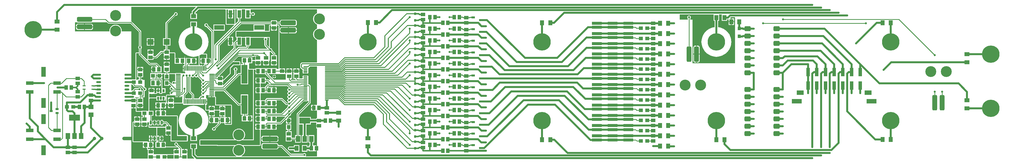
<source format=gtl>
G04*
G04 #@! TF.GenerationSoftware,Altium Limited,Altium Designer,18.1.9 (240)*
G04*
G04 Layer_Physical_Order=1*
G04 Layer_Color=255*
%FSLAX42Y42*%
%MOMM*%
G71*
G01*
G75*
%ADD13C,0.25*%
%ADD21R,0.70X1.05*%
%ADD22R,1.30X1.50*%
%ADD23R,1.50X1.30*%
%ADD24R,0.60X1.45*%
%ADD25O,0.60X1.45*%
%ADD26R,1.40X1.25*%
%ADD27R,1.10X1.30*%
%ADD28R,1.25X1.40*%
%ADD29R,1.35X1.80*%
%ADD30R,1.80X1.35*%
%ADD31R,1.20X0.70*%
%ADD32R,1.50X2.15*%
%ADD33R,3.80X2.15*%
%ADD34R,3.43X1.65*%
%ADD35R,1.27X2.54*%
%ADD36R,2.45X1.60*%
%ADD37R,1.27X2.92*%
G04:AMPARAMS|DCode=38|XSize=5.33mm|YSize=1.65mm|CornerRadius=0.41mm|HoleSize=0mm|Usage=FLASHONLY|Rotation=270.000|XOffset=0mm|YOffset=0mm|HoleType=Round|Shape=RoundedRectangle|*
%AMROUNDEDRECTD38*
21,1,5.33,0.83,0,0,270.0*
21,1,4.51,1.65,0,0,270.0*
1,1,0.83,-0.41,-2.25*
1,1,0.83,-0.41,2.25*
1,1,0.83,0.41,2.25*
1,1,0.83,0.41,-2.25*
%
%ADD38ROUNDEDRECTD38*%
G04:AMPARAMS|DCode=39|XSize=5.33mm|YSize=1.65mm|CornerRadius=0.41mm|HoleSize=0mm|Usage=FLASHONLY|Rotation=180.000|XOffset=0mm|YOffset=0mm|HoleType=Round|Shape=RoundedRectangle|*
%AMROUNDEDRECTD39*
21,1,5.33,0.83,0,0,180.0*
21,1,4.51,1.65,0,0,180.0*
1,1,0.83,-2.25,0.41*
1,1,0.83,2.25,0.41*
1,1,0.83,2.25,-0.41*
1,1,0.83,-2.25,-0.41*
%
%ADD39ROUNDEDRECTD39*%
%ADD40O,1.65X0.70*%
%ADD41R,1.10X0.70*%
%ADD42R,1.82X1.39*%
%ADD43R,1.39X1.82*%
%ADD44R,1.80X0.30*%
%ADD45O,1.80X0.30*%
%ADD46O,0.30X1.80*%
%ADD47R,3.40X1.10*%
%ADD48R,2.54X1.27*%
%ADD49R,1.65X3.43*%
G04:AMPARAMS|DCode=50|XSize=2.2mm|YSize=1.75mm|CornerRadius=0.44mm|HoleSize=0mm|Usage=FLASHONLY|Rotation=0.000|XOffset=0mm|YOffset=0mm|HoleType=Round|Shape=RoundedRectangle|*
%AMROUNDEDRECTD50*
21,1,2.20,0.88,0,0,0.0*
21,1,1.33,1.75,0,0,0.0*
1,1,0.88,0.66,-0.44*
1,1,0.88,-0.66,-0.44*
1,1,0.88,-0.66,0.44*
1,1,0.88,0.66,0.44*
%
%ADD50ROUNDEDRECTD50*%
%ADD51R,2.00X2.00*%
%ADD52O,1.50X0.35*%
%ADD53R,2.00X6.50*%
%ADD54R,0.65X0.85*%
%ADD55R,1.70X1.60*%
%ADD56R,1.05X0.40*%
%ADD96C,0.70*%
%ADD97C,0.50*%
%ADD98C,0.40*%
%ADD99C,0.35*%
%ADD100C,1.20*%
%ADD101C,3.76*%
%ADD102C,6.00*%
%ADD103C,0.70*%
G36*
X17335Y14700D02*
X17064Y14700D01*
X17055Y14709D01*
X17055Y15200D01*
X17094D01*
X17106Y15187D01*
Y15058D01*
X17195D01*
X17284D01*
Y15187D01*
X17284Y15197D01*
X17296Y15200D01*
X17335D01*
X17335Y14700D01*
D02*
G37*
G36*
X20175Y15074D02*
X20173Y15073D01*
X20136Y15053D01*
X20103Y15027D01*
X20077Y14994D01*
X20057Y14957D01*
X20045Y14917D01*
X20041Y14875D01*
X20045Y14833D01*
X20057Y14793D01*
X20077Y14756D01*
X20103Y14723D01*
X20136Y14697D01*
X20173Y14677D01*
X20175Y14676D01*
Y14540D01*
X20173Y14539D01*
X20136Y14519D01*
X20103Y14493D01*
X20077Y14460D01*
X20057Y14423D01*
X20045Y14383D01*
X20041Y14341D01*
X20045Y14299D01*
X20057Y14259D01*
X20077Y14222D01*
X20103Y14189D01*
X20136Y14163D01*
X20173Y14143D01*
X20175Y14142D01*
Y13369D01*
X19666D01*
X19650Y13365D01*
X19636Y13356D01*
X19609Y13330D01*
X19600Y13316D01*
X19597Y13299D01*
Y13205D01*
X19600Y13188D01*
X19609Y13174D01*
X19640Y13144D01*
X19654Y13134D01*
X19665Y13132D01*
X19677Y13125D01*
X19680Y13108D01*
X19685Y13100D01*
X19680Y13091D01*
X19677Y13075D01*
X19680Y13058D01*
X19685Y13050D01*
X19680Y13041D01*
X19677Y13025D01*
X19680Y13008D01*
X19685Y13000D01*
X19680Y12991D01*
X19693D01*
X19704Y12984D01*
X19720Y12981D01*
X19835D01*
X19852Y12984D01*
X19863Y12991D01*
X19876D01*
X19870Y13000D01*
X19876Y13008D01*
X19879Y13025D01*
X19876Y13041D01*
X19870Y13050D01*
X19876Y13058D01*
X19879Y13075D01*
X19876Y13091D01*
X19870Y13100D01*
X19876Y13108D01*
X19879Y13125D01*
X19876Y13141D01*
X19870Y13150D01*
X19876Y13158D01*
X19879Y13175D01*
X19878Y13182D01*
X19889Y13184D01*
X19903Y13194D01*
X19940Y13231D01*
X20175D01*
Y11905D01*
X20076D01*
Y11805D01*
Y11704D01*
X20175D01*
Y11449D01*
X20145D01*
Y11420D01*
X19964D01*
Y11491D01*
X19554D01*
Y11571D01*
X19943Y11960D01*
X19951Y11972D01*
X19954Y11987D01*
Y12550D01*
X19951Y12564D01*
X19943Y12577D01*
X19918Y12602D01*
X19905Y12610D01*
X19890Y12613D01*
X19887D01*
X19879Y12623D01*
X19879Y12625D01*
X19876Y12641D01*
X19870Y12650D01*
X19876Y12658D01*
X19879Y12675D01*
X19876Y12691D01*
X19870Y12700D01*
X19876Y12708D01*
X19879Y12725D01*
X19876Y12741D01*
X19870Y12750D01*
X19876Y12758D01*
X19879Y12775D01*
X19876Y12791D01*
X19870Y12800D01*
X19876Y12808D01*
X19879Y12825D01*
X19876Y12841D01*
X19870Y12850D01*
X19876Y12858D01*
X19879Y12875D01*
X19876Y12891D01*
X19870Y12900D01*
X19875Y12907D01*
X19863D01*
X19852Y12915D01*
X19835Y12918D01*
X19720D01*
X19704Y12915D01*
X19692Y12907D01*
X19680D01*
X19685Y12900D01*
X19680Y12891D01*
X19677Y12875D01*
X19680Y12858D01*
X19685Y12850D01*
X19680Y12841D01*
X19677Y12825D01*
X19677Y12823D01*
X19669Y12813D01*
X19565D01*
Y12980D01*
Y13057D01*
X19465D01*
X19365D01*
Y12980D01*
Y12800D01*
X19428D01*
X19429Y12795D01*
X19438Y12782D01*
X19444Y12775D01*
X19440Y12763D01*
X19296D01*
X19272Y12788D01*
X19277Y12800D01*
X19320D01*
Y12980D01*
Y13057D01*
X19220D01*
X19120D01*
Y12999D01*
X19107Y12992D01*
X19105Y12994D01*
X19095Y12995D01*
X19070D01*
Y13057D01*
X18970D01*
Y13070D01*
X18957D01*
Y13160D01*
X18885D01*
X18876Y13169D01*
X18876Y13414D01*
X18876Y13414D01*
Y14645D01*
X18874Y14655D01*
X18868Y14663D01*
X18860Y14669D01*
X18850Y14671D01*
X18795D01*
Y14696D01*
X18894D01*
Y14694D01*
X18896Y14676D01*
X18903Y14660D01*
X18913Y14646D01*
X18927Y14636D01*
X18943Y14629D01*
X18961Y14627D01*
X19411D01*
X19429Y14629D01*
X19445Y14636D01*
X19459Y14646D01*
X19469Y14660D01*
X19476Y14676D01*
X19478Y14694D01*
Y14776D01*
X19476Y14794D01*
X19469Y14810D01*
X19459Y14824D01*
X19445Y14834D01*
X19429Y14841D01*
X19411Y14843D01*
X18961D01*
X18943Y14841D01*
X18927Y14834D01*
X18913Y14824D01*
X18903Y14810D01*
X18896Y14794D01*
X18894Y14776D01*
Y14774D01*
X18795D01*
Y14827D01*
X18595D01*
Y14776D01*
X17556D01*
X17546Y14774D01*
X17541Y14777D01*
X17536Y14781D01*
X17534Y14784D01*
Y14893D01*
X17584D01*
Y15197D01*
X17594Y15203D01*
X17696D01*
X17706Y15197D01*
X17706Y15191D01*
Y14893D01*
X17884D01*
Y15006D01*
X17928D01*
X17931Y15001D01*
X17951Y14988D01*
X17975Y14983D01*
X17999Y14988D01*
X18019Y15001D01*
X18032Y15021D01*
X18037Y15045D01*
X18032Y15069D01*
X18019Y15089D01*
X17999Y15102D01*
X17975Y15107D01*
X17951Y15102D01*
X17931Y15089D01*
X17928Y15084D01*
X17884D01*
Y15191D01*
X17884Y15197D01*
X17894Y15203D01*
X20175D01*
Y15074D01*
D02*
G37*
G36*
X16005Y15282D02*
X15881Y15159D01*
X15868Y15139D01*
X15863Y15115D01*
Y15063D01*
X15810D01*
Y14877D01*
X16040D01*
Y15063D01*
X15987D01*
Y15089D01*
X16101Y15203D01*
X17018D01*
X17029Y15191D01*
X17029Y14709D01*
X17029Y14709D01*
X17029Y14709D01*
X17030Y14704D01*
X17031Y14699D01*
X17031Y14699D01*
X17031Y14699D01*
X17034Y14695D01*
X17036Y14691D01*
X17036Y14691D01*
X17036Y14691D01*
X17045Y14682D01*
X17045Y14682D01*
X17045Y14682D01*
X17050Y14679D01*
X17054Y14676D01*
X17054Y14676D01*
X17054Y14676D01*
X17059Y14675D01*
X17064Y14674D01*
X17064Y14674D01*
X17064Y14674D01*
X17318Y14674D01*
X17322Y14662D01*
X16658Y13998D01*
X16650Y13986D01*
X16647Y13971D01*
Y13522D01*
X16642Y13519D01*
X16637Y13510D01*
X16624Y13514D01*
Y14435D01*
X16621Y14450D01*
X16618Y14454D01*
X16625Y14467D01*
X17003D01*
Y14683D01*
X16610D01*
Y14483D01*
X16597Y14478D01*
X16420Y14654D01*
X16422Y14660D01*
X16417Y14684D01*
X16404Y14704D01*
X16384Y14717D01*
X16360Y14722D01*
X16336Y14717D01*
X16316Y14704D01*
X16303Y14684D01*
X16298Y14660D01*
X16303Y14636D01*
X16316Y14616D01*
X16336Y14603D01*
X16360Y14598D01*
X16366Y14600D01*
X16546Y14419D01*
Y13338D01*
X16533Y13325D01*
X16520Y13330D01*
Y13410D01*
X16430D01*
Y13423D01*
X16417D01*
Y13523D01*
X16391D01*
Y13645D01*
X16389Y13655D01*
X16383Y13663D01*
X16375Y13669D01*
X16365Y13671D01*
X16255D01*
X16251Y13684D01*
X16288Y13717D01*
X16333Y13767D01*
X16370Y13823D01*
X16400Y13883D01*
X16421Y13947D01*
X16434Y14013D01*
X16439Y14080D01*
X16434Y14147D01*
X16421Y14213D01*
X16400Y14277D01*
X16370Y14337D01*
X16333Y14393D01*
X16288Y14443D01*
X16238Y14488D01*
X16182Y14525D01*
X16122Y14555D01*
X16058Y14576D01*
X16017Y14584D01*
X16018Y14597D01*
X16040D01*
Y14783D01*
X15810D01*
Y14597D01*
X15832D01*
X15833Y14584D01*
X15792Y14576D01*
X15728Y14555D01*
X15668Y14525D01*
X15612Y14488D01*
X15562Y14443D01*
X15517Y14393D01*
X15480Y14337D01*
X15450Y14277D01*
X15429Y14213D01*
X15416Y14147D01*
X15411Y14080D01*
X15416Y14013D01*
X15429Y13947D01*
X15450Y13883D01*
X15480Y13823D01*
X15517Y13767D01*
X15562Y13717D01*
X15612Y13672D01*
X15668Y13635D01*
X15728Y13605D01*
X15792Y13584D01*
X15858Y13571D01*
X15925Y13566D01*
X15992Y13571D01*
X16058Y13584D01*
X16094Y13596D01*
X16104Y13588D01*
Y13291D01*
X16101Y13281D01*
X16093Y13277D01*
X16084Y13276D01*
X16075Y13269D01*
X16066Y13276D01*
X16050Y13279D01*
X16034Y13276D01*
X16025Y13269D01*
X16016Y13276D01*
X16000Y13279D01*
X15984Y13276D01*
X15975Y13269D01*
X15966Y13276D01*
X15950Y13279D01*
X15934Y13276D01*
X15925Y13269D01*
X15916Y13276D01*
X15900Y13279D01*
X15884Y13276D01*
X15875Y13269D01*
X15866Y13276D01*
X15850Y13279D01*
X15834Y13276D01*
X15825Y13269D01*
X15816Y13276D01*
X15800Y13279D01*
X15784Y13276D01*
X15781Y13274D01*
X15772Y13278D01*
X15770Y13291D01*
X15782Y13304D01*
X15791Y13317D01*
X15792Y13322D01*
X15922D01*
Y13423D01*
Y13523D01*
X15689D01*
Y13555D01*
X15686Y13570D01*
X15677Y13582D01*
X15665Y13591D01*
X15650Y13594D01*
X15635Y13591D01*
X15623Y13582D01*
X15614Y13570D01*
X15611Y13555D01*
Y13523D01*
X15378D01*
Y13423D01*
X15352D01*
Y13523D01*
X15300D01*
X15300Y13690D01*
X15298Y13700D01*
X15293Y13708D01*
X15284Y13714D01*
X15274Y13716D01*
X15100D01*
Y13818D01*
X15039D01*
Y13955D01*
X15124D01*
Y14205D01*
X15038D01*
Y14718D01*
X15309Y14985D01*
X15315Y14983D01*
X15339Y14988D01*
X15359Y15001D01*
X15372Y15021D01*
X15377Y15045D01*
X15372Y15069D01*
X15359Y15089D01*
X15339Y15102D01*
X15315Y15107D01*
X15291Y15102D01*
X15271Y15089D01*
X15258Y15069D01*
X15253Y15045D01*
X15254Y15040D01*
X14972Y14761D01*
X14971Y14761D01*
X14971Y14761D01*
X14967Y14755D01*
X14963Y14749D01*
X14963Y14749D01*
X14963Y14749D01*
X14961Y14741D01*
X14960Y14734D01*
X14960Y14734D01*
X14960Y14734D01*
Y14205D01*
X14873D01*
Y13955D01*
X14961D01*
Y13818D01*
X14900D01*
Y13766D01*
X14812D01*
X14798Y13763D01*
X14785Y13755D01*
X14616Y13586D01*
X14540D01*
Y13637D01*
Y13715D01*
X14440D01*
X14340D01*
Y13637D01*
Y13482D01*
X14336Y13481D01*
X14327Y13475D01*
X14311Y13474D01*
X14121Y13664D01*
Y13843D01*
X14126Y13846D01*
X14139Y13866D01*
X14144Y13890D01*
X14139Y13914D01*
X14126Y13934D01*
X14121Y13937D01*
Y14437D01*
X14118Y14452D01*
X14110Y14464D01*
X13831Y14743D01*
X13792Y14782D01*
X13785Y14787D01*
Y15293D01*
X16000D01*
X16005Y15282D01*
D02*
G37*
G36*
X12968Y14728D02*
X12980Y14719D01*
X12995Y14716D01*
X13748D01*
X13797Y14668D01*
X14044Y14421D01*
Y13937D01*
X14039Y13934D01*
X14026Y13914D01*
X14021Y13890D01*
X14026Y13866D01*
X14039Y13846D01*
X14044Y13843D01*
Y13716D01*
X13950D01*
X13940Y13714D01*
X13932Y13708D01*
X13926Y13700D01*
X13924Y13690D01*
X13924Y12960D01*
X13924Y12912D01*
D01*
Y12855D01*
D01*
Y12785D01*
D01*
Y12780D01*
X13785D01*
Y12785D01*
X13550D01*
Y12855D01*
X13785D01*
Y12912D01*
X13550D01*
Y12982D01*
X13785D01*
Y14445D01*
X13462D01*
X13454Y14454D01*
X13454Y14461D01*
X13450Y14503D01*
X13438Y14543D01*
X13418Y14580D01*
X13392Y14613D01*
X13359Y14639D01*
X13322Y14659D01*
X13282Y14671D01*
X13240Y14675D01*
X13198Y14671D01*
X13158Y14659D01*
X13121Y14639D01*
X13088Y14613D01*
X13062Y14580D01*
X13042Y14543D01*
X13030Y14503D01*
X13026Y14461D01*
X13026Y14454D01*
X13018Y14445D01*
X11845D01*
Y14755D01*
X11913D01*
X11928Y14749D01*
X11946Y14747D01*
X12396D01*
X12414Y14749D01*
X12429Y14755D01*
X12940D01*
X12968Y14728D01*
D02*
G37*
G36*
X17406Y15197D02*
Y14893D01*
X17456D01*
Y14796D01*
X17373Y14713D01*
X17361Y14717D01*
X17361Y15200D01*
X17364Y15203D01*
X17396D01*
X17406Y15197D01*
D02*
G37*
G36*
X18850Y14435D02*
Y14250D01*
Y13414D01*
X18850Y13414D01*
X18850Y13145D01*
X18785D01*
Y13170D01*
X18430D01*
Y13145D01*
X18411D01*
Y13170D01*
X18056D01*
Y13145D01*
X17835Y13145D01*
X17835Y13345D01*
X17945D01*
Y13422D01*
X18046D01*
Y13370D01*
X18246D01*
Y13423D01*
X18320D01*
Y13370D01*
X18521D01*
Y13423D01*
X18550D01*
Y13732D01*
X18560Y13740D01*
X18570Y13738D01*
X18576Y13740D01*
X18656Y13659D01*
Y13623D01*
X18595D01*
Y13442D01*
Y13400D01*
Y13370D01*
X18795D01*
Y13400D01*
Y13423D01*
Y13442D01*
Y13623D01*
X18734D01*
Y13675D01*
X18731Y13690D01*
X18722Y13702D01*
X18630Y13794D01*
X18632Y13800D01*
X18627Y13824D01*
X18614Y13844D01*
X18594Y13857D01*
X18570Y13862D01*
X18564Y13860D01*
X18550Y13875D01*
Y14250D01*
X17884D01*
Y14257D01*
X17706D01*
Y14250D01*
X17584D01*
Y14257D01*
X17406D01*
Y14257D01*
X17395Y14261D01*
Y14435D01*
X18550D01*
Y14645D01*
X18595D01*
Y14575D01*
X18795D01*
Y14645D01*
X18850D01*
Y14435D01*
D02*
G37*
G36*
X18595Y14671D02*
X18550D01*
X18540Y14669D01*
X18532Y14663D01*
X18526Y14655D01*
X18524Y14645D01*
Y14461D01*
X18391D01*
X18380Y14467D01*
X18380Y14474D01*
Y14683D01*
X17987D01*
Y14474D01*
X17987Y14467D01*
X17976Y14461D01*
X17395D01*
X17385Y14459D01*
X17377Y14453D01*
X17371Y14445D01*
X17369Y14435D01*
Y14261D01*
X17369Y14261D01*
X17369Y14260D01*
X17370Y14256D01*
X17371Y14251D01*
X17371Y14251D01*
X17372Y14250D01*
X17374Y14247D01*
X17377Y14243D01*
X17377Y14243D01*
X17378Y14242D01*
X17382Y14240D01*
X17385Y14237D01*
X17386Y14237D01*
X17386Y14237D01*
X17398Y14233D01*
X17402Y14232D01*
X17406Y14232D01*
Y14144D01*
X17405D01*
X17390Y14141D01*
X17378Y14132D01*
X17318Y14072D01*
X17309Y14060D01*
X17306Y14045D01*
Y13876D01*
X16748Y13318D01*
X16740Y13319D01*
X16735Y13332D01*
X16807Y13405D01*
X16816Y13417D01*
X16819Y13432D01*
Y13945D01*
X17094Y14221D01*
X17106Y14216D01*
Y14118D01*
X17182D01*
Y14257D01*
X17147D01*
X17143Y14269D01*
X17572Y14698D01*
X18595D01*
Y14671D01*
D02*
G37*
G36*
X17706Y13953D02*
X17756D01*
Y13931D01*
X17734Y13909D01*
X17485D01*
X17470Y13906D01*
X17458Y13897D01*
X16823Y13263D01*
X16809Y13267D01*
X16809Y13269D01*
X17372Y13833D01*
X17381Y13845D01*
X17384Y13860D01*
Y14029D01*
X17394Y14039D01*
X17406Y14035D01*
Y13953D01*
X17584D01*
Y14224D01*
X17706D01*
Y13953D01*
D02*
G37*
G36*
X18524Y13917D02*
X18512Y13913D01*
X18444Y13981D01*
Y14128D01*
X18449Y14131D01*
X18462Y14151D01*
X18467Y14175D01*
X18462Y14199D01*
X18453Y14211D01*
X18460Y14224D01*
X18524D01*
Y13917D01*
D02*
G37*
G36*
X18357Y14211D02*
X18348Y14199D01*
X18343Y14175D01*
X18348Y14151D01*
X18361Y14131D01*
X18366Y14128D01*
Y13965D01*
X18369Y13950D01*
X18378Y13938D01*
X18464Y13851D01*
X18460Y13839D01*
X17792D01*
X17786Y13852D01*
X17822Y13888D01*
X17831Y13900D01*
X17834Y13915D01*
Y13953D01*
X17884D01*
Y14224D01*
X18350D01*
X18357Y14211D01*
D02*
G37*
G36*
X34112Y14805D02*
X34298D01*
Y14858D01*
X34325D01*
X34335Y14860D01*
X34345Y14852D01*
Y14788D01*
X34427D01*
Y14891D01*
X34400D01*
X34395Y14903D01*
X34426Y14933D01*
X34570D01*
Y13345D01*
X33100Y13345D01*
Y14845D01*
X33024D01*
Y14883D01*
X33029Y14886D01*
X33042Y14906D01*
X33047Y14930D01*
X33042Y14954D01*
X33029Y14974D01*
X33009Y14987D01*
X32985Y14992D01*
X32961Y14987D01*
X32941Y14974D01*
X32928Y14954D01*
X32923Y14930D01*
X32928Y14906D01*
X32941Y14886D01*
X32946Y14883D01*
Y14845D01*
X32660D01*
Y15023D01*
X33832D01*
Y14805D01*
X33863D01*
Y14590D01*
X33858Y14589D01*
X33792Y14576D01*
X33728Y14555D01*
X33668Y14525D01*
X33612Y14488D01*
X33562Y14443D01*
X33517Y14393D01*
X33480Y14337D01*
X33450Y14277D01*
X33429Y14213D01*
X33416Y14147D01*
X33411Y14080D01*
X33416Y14013D01*
X33429Y13947D01*
X33450Y13883D01*
X33480Y13823D01*
X33517Y13767D01*
X33562Y13717D01*
X33612Y13672D01*
X33668Y13635D01*
X33728Y13605D01*
X33792Y13584D01*
X33858Y13571D01*
X33925Y13566D01*
X33992Y13571D01*
X34058Y13584D01*
X34122Y13605D01*
X34182Y13635D01*
X34238Y13672D01*
X34288Y13717D01*
X34333Y13767D01*
X34370Y13823D01*
X34400Y13883D01*
X34421Y13947D01*
X34434Y14013D01*
X34439Y14080D01*
X34434Y14147D01*
X34421Y14213D01*
X34400Y14277D01*
X34370Y14337D01*
X34333Y14393D01*
X34288Y14443D01*
X34238Y14488D01*
X34182Y14525D01*
X34122Y14555D01*
X34058Y14576D01*
X33992Y14589D01*
X33987Y14590D01*
Y14805D01*
X34018D01*
Y15023D01*
X34112D01*
Y14805D01*
D02*
G37*
G36*
X15274Y13500D02*
X15275D01*
Y13322D01*
X15532D01*
Y13423D01*
X15558D01*
Y13322D01*
X15611D01*
Y13286D01*
X15601Y13278D01*
X15600Y13279D01*
X15584Y13276D01*
X15571Y13267D01*
X15562Y13253D01*
X15559Y13238D01*
Y13175D01*
X15600D01*
Y13162D01*
X15609D01*
Y13087D01*
X15612Y13072D01*
X15613Y13071D01*
Y13049D01*
X15616Y13049D01*
X15625Y13056D01*
X15634Y13049D01*
X15635Y13049D01*
Y12995D01*
X15505D01*
X15493Y13003D01*
X15477Y13006D01*
X15327D01*
X15312Y13003D01*
X15300Y12995D01*
X15040D01*
Y13040D01*
X15102D01*
Y13215D01*
Y13292D01*
X15001D01*
X14901D01*
Y13215D01*
Y13040D01*
X14963D01*
Y12995D01*
X14845D01*
Y12999D01*
X14655D01*
Y12995D01*
X14625D01*
Y12999D01*
X14435D01*
Y12824D01*
X14435D01*
Y12783D01*
X14491D01*
Y12755D01*
X14440D01*
Y12555D01*
X14692D01*
Y12655D01*
Y12755D01*
X14569D01*
Y12783D01*
X14825D01*
X14825Y12310D01*
X14773D01*
X14765Y12320D01*
X14765Y12323D01*
Y12385D01*
X14705D01*
X14645D01*
Y12323D01*
X14645Y12320D01*
X14637Y12310D01*
X14575D01*
Y12387D01*
X14375D01*
Y12310D01*
Y12286D01*
X14374Y12284D01*
X14374Y12155D01*
X14375Y12153D01*
Y12130D01*
X14375Y12130D01*
X14375D01*
X14374Y12117D01*
X14374Y12117D01*
X14374Y12116D01*
X14374Y12116D01*
Y11703D01*
X14353D01*
Y11692D01*
X14324D01*
Y11703D01*
X14133D01*
Y11692D01*
X13960D01*
Y11788D01*
X13960D01*
Y11968D01*
Y12046D01*
X13860D01*
Y12071D01*
X13960D01*
Y12149D01*
X13910D01*
X13903Y12162D01*
X13905Y12165D01*
X14046D01*
Y12149D01*
X13985D01*
Y11968D01*
Y11896D01*
X14185D01*
Y11968D01*
Y12149D01*
X14124D01*
Y12165D01*
X14235D01*
Y12377D01*
X14243Y12383D01*
X14267Y12388D01*
X14287Y12401D01*
X14300Y12421D01*
X14305Y12445D01*
X14300Y12469D01*
X14287Y12489D01*
X14267Y12502D01*
X14243Y12507D01*
X14235Y12518D01*
Y12770D01*
X14180Y12770D01*
Y12780D01*
X14124D01*
Y12857D01*
X14185D01*
Y13032D01*
Y13110D01*
X14085D01*
X13985D01*
Y13032D01*
Y12857D01*
X14046D01*
Y12780D01*
X13990D01*
Y12770D01*
X13960D01*
Y12780D01*
X13950D01*
X13950Y13690D01*
X14044D01*
Y13648D01*
X14047Y13633D01*
X14055Y13620D01*
X14388Y13288D01*
X14400Y13279D01*
X14415Y13276D01*
X14630D01*
X14664Y13242D01*
X14660Y13230D01*
X14567D01*
Y13130D01*
Y13030D01*
X14820D01*
Y13230D01*
X14768D01*
Y13232D01*
X14765Y13247D01*
X14757Y13260D01*
X14674Y13342D01*
X14661Y13351D01*
X14646Y13354D01*
X14431D01*
X14341Y13444D01*
X14346Y13457D01*
X14540D01*
Y13509D01*
X14632D01*
X14647Y13512D01*
X14660Y13520D01*
X14829Y13689D01*
X14900D01*
Y13637D01*
Y13565D01*
X15100D01*
Y13637D01*
Y13690D01*
X15274D01*
X15274Y13500D01*
D02*
G37*
G36*
X18046Y13448D02*
X17945D01*
Y13545D01*
X17868D01*
Y13445D01*
X17842D01*
Y13545D01*
X17585D01*
Y13345D01*
X17636D01*
Y13315D01*
X17550D01*
Y13004D01*
X17480D01*
X17465Y13001D01*
X17453Y12992D01*
X17421Y12961D01*
X17409Y12965D01*
Y13093D01*
X17414Y13096D01*
X17427Y13116D01*
X17432Y13140D01*
X17427Y13164D01*
X17414Y13184D01*
X17394Y13197D01*
X17370Y13202D01*
X17346Y13197D01*
X17326Y13184D01*
X17313Y13164D01*
X17308Y13140D01*
X17313Y13116D01*
X17326Y13096D01*
X17331Y13093D01*
Y12961D01*
X16952Y12582D01*
X16940Y12587D01*
Y12622D01*
X16840D01*
Y12648D01*
X16940D01*
Y12733D01*
X16945Y12739D01*
X16952Y12744D01*
X16962Y12746D01*
X16970Y12751D01*
X17193Y12974D01*
X17199Y12983D01*
X17201Y12993D01*
X17201Y13176D01*
X17301Y13276D01*
X17510Y13276D01*
X17520Y13278D01*
X17528Y13284D01*
X17534Y13292D01*
X17536Y13302D01*
Y13380D01*
X17534Y13390D01*
X17528Y13398D01*
X17520Y13404D01*
X17510Y13406D01*
X17312Y13406D01*
X17308Y13418D01*
X17471Y13581D01*
X17927D01*
X17930Y13576D01*
X17950Y13563D01*
X17974Y13558D01*
X17997Y13563D01*
X18017Y13576D01*
X18020Y13581D01*
X18046D01*
Y13448D01*
D02*
G37*
G36*
X17510Y13302D02*
X17290Y13302D01*
X17175Y13187D01*
X17175Y12993D01*
X16952Y12770D01*
X16940Y12774D01*
Y12802D01*
X16840D01*
Y12815D01*
X16827D01*
Y12905D01*
X16814D01*
X16809Y12917D01*
X16995Y13105D01*
X17163Y13273D01*
X17270Y13380D01*
X17510Y13380D01*
Y13302D01*
D02*
G37*
G36*
X16365Y13523D02*
X16263D01*
Y13423D01*
Y13322D01*
X16300D01*
X16304Y13309D01*
X16301Y13308D01*
X16273Y13279D01*
X16269Y13274D01*
X16266Y13276D01*
X16263Y13276D01*
Y13259D01*
X16261Y13252D01*
Y13249D01*
X16259Y13237D01*
Y13162D01*
X16241D01*
Y13237D01*
X16238Y13253D01*
X16237Y13254D01*
Y13276D01*
X16234Y13276D01*
X16225Y13269D01*
X16216Y13276D01*
X16200Y13279D01*
X16184Y13276D01*
X16175Y13269D01*
X16166Y13276D01*
X16150Y13279D01*
X16143Y13277D01*
X16130Y13287D01*
Y13609D01*
X16182Y13635D01*
X16197Y13645D01*
X16365D01*
Y13523D01*
D02*
G37*
G36*
X15973Y12871D02*
X15993Y12858D01*
X16017Y12853D01*
X16040Y12858D01*
X16060Y12871D01*
X16069D01*
X16073Y12867D01*
X16190Y12751D01*
X16188Y12745D01*
X16193Y12721D01*
X16206Y12701D01*
X16216Y12695D01*
Y12683D01*
X16206Y12677D01*
X16193Y12657D01*
X16188Y12633D01*
X16193Y12609D01*
X16206Y12589D01*
X16216Y12583D01*
Y12571D01*
X16206Y12565D01*
X16193Y12545D01*
X16188Y12521D01*
X16193Y12497D01*
X16206Y12477D01*
X16216Y12471D01*
Y12459D01*
X16206Y12453D01*
X16193Y12433D01*
X16188Y12409D01*
X16193Y12385D01*
X16206Y12365D01*
X16216Y12359D01*
Y12347D01*
X16206Y12341D01*
X16193Y12321D01*
X16188Y12297D01*
X16193Y12273D01*
X16206Y12253D01*
X16216Y12247D01*
Y12235D01*
X16206Y12229D01*
X16203Y12224D01*
X16195D01*
X16180Y12221D01*
X16168Y12212D01*
X16123Y12167D01*
X16114Y12155D01*
X16112Y12144D01*
X16100Y12134D01*
X16100Y12134D01*
X16084Y12131D01*
X16075Y12124D01*
X16066Y12131D01*
X16050Y12134D01*
X16034Y12131D01*
X16025Y12124D01*
X16016Y12131D01*
X16000Y12134D01*
X15984Y12131D01*
X15975Y12124D01*
X15966Y12131D01*
X15950Y12134D01*
X15949Y12133D01*
X15939Y12141D01*
Y12255D01*
X15936Y12270D01*
X15927Y12282D01*
X15831Y12379D01*
Y12868D01*
X15835Y12871D01*
X15839Y12878D01*
X15852D01*
X15856Y12871D01*
X15876Y12858D01*
X15900Y12853D01*
X15924Y12858D01*
X15944Y12871D01*
X15951Y12882D01*
X15966D01*
X15973Y12871D01*
D02*
G37*
G36*
X15286Y12965D02*
X15289Y12949D01*
X15296Y12940D01*
X15289Y12931D01*
X15286Y12915D01*
X15289Y12899D01*
X15296Y12890D01*
X15289Y12881D01*
X15286Y12865D01*
X15289Y12849D01*
X15296Y12840D01*
X15289Y12831D01*
X15286Y12815D01*
X15289Y12799D01*
X15296Y12790D01*
X15289Y12781D01*
X15286Y12765D01*
X15289Y12749D01*
X15296Y12740D01*
X15289Y12731D01*
X15288Y12721D01*
X15275Y12715D01*
X15274Y12715D01*
X15264Y12722D01*
X15240Y12727D01*
X15216Y12722D01*
X15196Y12709D01*
X15183Y12689D01*
X15178Y12665D01*
X15183Y12641D01*
X15186Y12636D01*
X15177Y12628D01*
X15122Y12682D01*
X15110Y12691D01*
X15095Y12694D01*
X15089D01*
Y12750D01*
X14914D01*
Y12560D01*
X15089D01*
Y12589D01*
X15101Y12594D01*
X15157Y12538D01*
X15153Y12524D01*
X15141Y12522D01*
X15121Y12509D01*
X15108Y12489D01*
X15103Y12465D01*
X15108Y12441D01*
X15121Y12421D01*
X15141Y12408D01*
X15165Y12403D01*
X15171Y12405D01*
X15185Y12390D01*
X15171Y12375D01*
X15165Y12377D01*
X15141Y12372D01*
X15121Y12359D01*
X15108Y12339D01*
X15103Y12315D01*
X15108Y12291D01*
X15121Y12271D01*
X15126Y12269D01*
X15122Y12256D01*
X15005D01*
X14995Y12254D01*
X14987Y12248D01*
X14981Y12240D01*
X14979Y12230D01*
Y12169D01*
X14968Y12159D01*
X14960Y12159D01*
X14955Y12164D01*
Y12210D01*
X14813D01*
Y12132D01*
X14787D01*
Y12210D01*
X14645D01*
Y12155D01*
D01*
X14575D01*
D01*
X14400Y12155D01*
X14400Y12284D01*
X14476D01*
X14478Y12271D01*
X14475Y12271D01*
X14463Y12262D01*
X14448Y12247D01*
X14439Y12235D01*
X14436Y12220D01*
X14439Y12205D01*
X14448Y12193D01*
X14460Y12184D01*
X14475Y12181D01*
X14490Y12184D01*
X14502Y12193D01*
X14517Y12207D01*
X14475D01*
Y12233D01*
X14528D01*
X14529Y12235D01*
X14526Y12250D01*
X14517Y12262D01*
X14505Y12271D01*
X14502Y12271D01*
X14504Y12284D01*
X14637D01*
X14639Y12284D01*
X14640Y12284D01*
X14644Y12285D01*
X14647Y12286D01*
X14648Y12287D01*
X14650Y12287D01*
X14653Y12290D01*
X14655Y12292D01*
X14656Y12293D01*
X14658Y12294D01*
X14665Y12304D01*
X14667Y12307D01*
X14669Y12310D01*
X14669Y12311D01*
X14670Y12313D01*
X14670Y12316D01*
X14670Y12320D01*
Y12320D01*
X14740D01*
Y12320D01*
X14740Y12316D01*
X14740Y12313D01*
X14741Y12311D01*
X14741Y12310D01*
X14743Y12307D01*
X14745Y12304D01*
X14752Y12294D01*
X14754Y12293D01*
X14755Y12292D01*
X14757Y12290D01*
X14760Y12287D01*
X14762Y12287D01*
X14763Y12286D01*
X14766Y12285D01*
X14770Y12284D01*
X14771Y12284D01*
X14773Y12284D01*
X14825D01*
X14835Y12286D01*
X14843Y12292D01*
X14849Y12300D01*
X14851Y12310D01*
Y12320D01*
X14955D01*
Y12475D01*
X14851D01*
X14851Y12783D01*
X14849Y12793D01*
X14843Y12802D01*
X14835Y12807D01*
X14825Y12809D01*
X14569D01*
Y12824D01*
X14625D01*
Y12969D01*
X14655D01*
Y12924D01*
X14845D01*
Y12969D01*
X14914D01*
Y12780D01*
X15089D01*
Y12969D01*
X15283D01*
X15286Y12965D01*
D02*
G37*
G36*
X19095Y12775D02*
X18685D01*
X18502Y12958D01*
X18507Y12970D01*
X19095D01*
Y12775D01*
D02*
G37*
G36*
X18056Y13119D02*
Y13083D01*
X18146D01*
Y13070D01*
X18159D01*
Y12970D01*
X18184D01*
X18184Y12970D01*
X18236Y12970D01*
X18385D01*
X18393Y12957D01*
X18563Y12787D01*
X18558Y12775D01*
X18514D01*
X18505Y12781D01*
X18490Y12784D01*
X18411D01*
Y12845D01*
X18231D01*
Y12845D01*
X18184D01*
Y12845D01*
X18159D01*
Y12745D01*
Y12645D01*
X18201D01*
X18210Y12636D01*
X18210Y12513D01*
X18159D01*
Y12413D01*
Y12313D01*
X18201D01*
X18210Y12304D01*
X18210Y12060D01*
X18159D01*
Y11960D01*
Y11860D01*
X18201D01*
X18210Y11851D01*
X18210Y11790D01*
X18158D01*
Y11690D01*
Y11590D01*
X18201D01*
X18210Y11581D01*
X18210Y11520D01*
X18158D01*
Y11420D01*
Y11320D01*
X18201D01*
X18210Y11311D01*
X18210Y11251D01*
X18156D01*
Y11151D01*
Y11051D01*
X18201D01*
X18210Y11042D01*
X18209Y10515D01*
X18000Y10515D01*
Y10516D01*
X17598Y10517D01*
X17567Y10533D01*
X17527Y10545D01*
X17485Y10549D01*
X17443Y10545D01*
X17403Y10533D01*
X17373Y10517D01*
X16150Y10520D01*
Y10680D01*
X17386D01*
X17403Y10671D01*
X17443Y10659D01*
X17485Y10655D01*
X17527Y10659D01*
X17567Y10671D01*
X17584Y10680D01*
X18000D01*
X18000Y13119D01*
X18056Y13119D01*
D02*
G37*
G36*
X17817Y13127D02*
X17825Y13121D01*
X17835Y13119D01*
X17974Y13119D01*
X17974Y10706D01*
X17641D01*
X17639Y10710D01*
X17638Y10719D01*
X17663Y10750D01*
X17683Y10787D01*
X17695Y10827D01*
X17699Y10869D01*
X17695Y10911D01*
X17683Y10951D01*
X17663Y10988D01*
X17637Y11021D01*
X17604Y11047D01*
X17567Y11067D01*
X17527Y11079D01*
X17485Y11083D01*
X17443Y11079D01*
X17403Y11067D01*
X17366Y11047D01*
X17333Y11021D01*
X17307Y10988D01*
X17287Y10951D01*
X17275Y10911D01*
X17271Y10869D01*
X17275Y10827D01*
X17287Y10787D01*
X17307Y10750D01*
X17332Y10719D01*
X17331Y10710D01*
X17329Y10706D01*
X16150D01*
X16140Y10704D01*
X16132Y10698D01*
X16126Y10690D01*
X16124Y10680D01*
Y10520D01*
X16125Y10515D01*
X16126Y10510D01*
X16126Y10510D01*
X16126Y10510D01*
X16129Y10506D01*
X16132Y10502D01*
X16132Y10502D01*
X16132Y10502D01*
X16136Y10499D01*
X16140Y10496D01*
X16140Y10496D01*
X16140Y10496D01*
X16145Y10495D01*
X16150Y10494D01*
X17321Y10491D01*
X17327Y10479D01*
X17307Y10454D01*
X17287Y10417D01*
X17275Y10377D01*
X17271Y10335D01*
X17275Y10293D01*
X17287Y10253D01*
X17307Y10216D01*
X17333Y10183D01*
X17366Y10157D01*
X17398Y10139D01*
X17395Y10127D01*
X16061D01*
X15987Y10201D01*
Y10377D01*
X16040D01*
Y10563D01*
X15810D01*
Y10377D01*
X15863D01*
Y10175D01*
X15868Y10151D01*
X15881Y10131D01*
X15951Y10062D01*
X15946Y10050D01*
X15710D01*
Y10195D01*
Y10272D01*
X15610D01*
Y10285D01*
X15597D01*
Y10375D01*
X15514D01*
Y10400D01*
X15511Y10415D01*
X15502Y10427D01*
X15385Y10544D01*
X15387Y10550D01*
X15382Y10574D01*
X15369Y10594D01*
X15349Y10607D01*
X15325Y10612D01*
X15301Y10607D01*
X15281Y10594D01*
X15268Y10574D01*
X15263Y10550D01*
X15268Y10526D01*
X15281Y10506D01*
X15301Y10493D01*
X15325Y10488D01*
X15331Y10490D01*
X15347Y10473D01*
X15343Y10461D01*
X14969D01*
Y10509D01*
X14879D01*
Y10521D01*
X14866D01*
Y10622D01*
X14742D01*
Y10662D01*
X14743Y10663D01*
X14755Y10681D01*
X14759Y10703D01*
Y10788D01*
X14755Y10809D01*
X14743Y10827D01*
X14725Y10840D01*
X14703Y10844D01*
X14685Y10840D01*
X14672Y10848D01*
Y11119D01*
X14960D01*
Y11015D01*
Y10943D01*
X15060D01*
Y10930D01*
X15073D01*
Y10840D01*
X15139D01*
Y10663D01*
X15140Y10653D01*
X15146Y10644D01*
X15155Y10639D01*
X15164Y10637D01*
X15699D01*
X15709Y10639D01*
X15718Y10644D01*
X15723Y10653D01*
X15725Y10663D01*
Y10831D01*
X15723Y10841D01*
X15718Y10850D01*
X15709Y10855D01*
X15699Y10857D01*
X15381Y10857D01*
X15381Y11514D01*
X15380Y11519D01*
X15379Y11524D01*
X15379Y11524D01*
X15379Y11524D01*
X15376Y11529D01*
X15373Y11533D01*
X15373Y11533D01*
X15373Y11533D01*
X15369Y11536D01*
X15365Y11538D01*
X15365Y11538D01*
X15365Y11538D01*
X15360Y11539D01*
X15355Y11540D01*
X14974D01*
Y11602D01*
X14884D01*
Y11615D01*
X14871D01*
Y11715D01*
X14796D01*
Y11785D01*
X14872D01*
Y11885D01*
X14885D01*
Y11898D01*
X14975D01*
Y11956D01*
X14982Y11959D01*
X14988Y11961D01*
X14995Y11956D01*
X15005Y11954D01*
X15045D01*
Y11898D01*
X15245D01*
Y11954D01*
X15537Y11954D01*
X15546Y11956D01*
X15547Y11956D01*
X15559Y11949D01*
Y11943D01*
X15562Y11927D01*
X15571Y11913D01*
X15584Y11904D01*
X15600Y11901D01*
X15616Y11904D01*
X15625Y11911D01*
X15634Y11904D01*
X15650Y11901D01*
X15666Y11904D01*
X15675Y11911D01*
X15684Y11904D01*
X15700Y11901D01*
X15716Y11904D01*
X15725Y11911D01*
X15734Y11904D01*
X15750Y11901D01*
X15766Y11904D01*
X15775Y11911D01*
X15784Y11904D01*
X15800Y11901D01*
X15816Y11904D01*
X15825Y11911D01*
X15834Y11904D01*
X15850Y11901D01*
X15866Y11904D01*
X15875Y11911D01*
X15884Y11904D01*
X15900Y11901D01*
X15916Y11904D01*
X15925Y11911D01*
X15934Y11904D01*
X15950Y11901D01*
X15966Y11904D01*
X15975Y11911D01*
X15984Y11904D01*
X16000Y11901D01*
X16016Y11904D01*
X16025Y11911D01*
X16034Y11904D01*
X16050Y11901D01*
X16066Y11904D01*
X16075Y11911D01*
X16084Y11904D01*
X16100Y11901D01*
X16116Y11904D01*
X16125Y11911D01*
X16134Y11904D01*
X16150Y11901D01*
X16166Y11904D01*
X16175Y11911D01*
X16184Y11904D01*
X16200Y11901D01*
X16216Y11904D01*
X16225Y11911D01*
X16234Y11904D01*
X16250Y11901D01*
X16266Y11904D01*
X16275Y11911D01*
X16284Y11904D01*
X16287Y11904D01*
Y11926D01*
X16288Y11927D01*
X16291Y11943D01*
Y12018D01*
X16309D01*
Y11943D01*
X16312Y11927D01*
X16313Y11926D01*
Y11904D01*
X16316Y11904D01*
X16319Y11907D01*
X16324Y11905D01*
X16331Y11900D01*
Y11875D01*
X16331Y11875D01*
X16331Y11782D01*
X16330Y11775D01*
X16331Y11768D01*
Y11735D01*
X16333Y11725D01*
X16339Y11717D01*
X16347Y11711D01*
X16357Y11709D01*
X16447D01*
Y11685D01*
Y11608D01*
X16648D01*
Y11685D01*
Y11709D01*
X16817D01*
Y11685D01*
Y11608D01*
X16918D01*
Y11595D01*
X16930D01*
Y11505D01*
X16994D01*
Y11475D01*
X16827D01*
Y11414D01*
X16810D01*
Y11475D01*
X16558D01*
Y11375D01*
Y11275D01*
X16753D01*
X16758Y11263D01*
X16631Y11135D01*
X16625Y11137D01*
X16601Y11132D01*
X16581Y11119D01*
X16568Y11099D01*
X16563Y11075D01*
X16568Y11051D01*
X16581Y11031D01*
X16601Y11018D01*
X16625Y11013D01*
X16649Y11018D01*
X16669Y11031D01*
X16682Y11051D01*
X16687Y11075D01*
X16685Y11081D01*
X16842Y11238D01*
X16851Y11250D01*
X16854Y11265D01*
Y11275D01*
X16994D01*
Y11239D01*
X16996Y11229D01*
X17002Y11220D01*
X17010Y11215D01*
X17020Y11213D01*
X17215D01*
X17225Y11215D01*
X17233Y11220D01*
X17239Y11229D01*
X17241Y11239D01*
Y11885D01*
X17239Y11895D01*
X17233Y11903D01*
X17225Y11909D01*
X17215Y11911D01*
X16696D01*
X16696Y12165D01*
X16696Y12167D01*
X16696Y12168D01*
X16695Y12171D01*
X16694Y12175D01*
X16693Y12176D01*
X16692Y12178D01*
X16690Y12180D01*
X16688Y12183D01*
X16687Y12184D01*
X16686Y12185D01*
X16673Y12195D01*
X16670Y12197D01*
X16667Y12199D01*
X16666Y12199D01*
X16664Y12200D01*
X16663Y12200D01*
Y12255D01*
X16663D01*
X16664Y12265D01*
X16663Y12268D01*
X16661Y12281D01*
X16654Y12290D01*
X16661Y12299D01*
X16664Y12315D01*
X16661Y12331D01*
X16654Y12340D01*
X16661Y12349D01*
X16664Y12365D01*
X16663Y12366D01*
X16671Y12376D01*
X16964D01*
X17453Y11888D01*
X17465Y11879D01*
X17480Y11876D01*
X17550D01*
Y11565D01*
X17636D01*
Y11535D01*
X17585D01*
Y11335D01*
X17842D01*
Y11435D01*
Y11535D01*
X17714D01*
Y11565D01*
X17800D01*
Y12265D01*
X17550D01*
Y11954D01*
X17496D01*
X17010Y12440D01*
X17496Y12926D01*
X17550D01*
Y12615D01*
X17800D01*
Y13129D01*
X17813Y13132D01*
X17817Y13127D01*
D02*
G37*
G36*
X18537Y12643D02*
X18532Y12632D01*
X18498D01*
X18483Y12629D01*
X18470Y12620D01*
X18393Y12542D01*
X18384Y12530D01*
X18381Y12515D01*
Y12513D01*
X18245D01*
X18236Y12522D01*
X18236Y12636D01*
X18236Y12636D01*
X18247Y12645D01*
X18411D01*
Y12706D01*
X18474D01*
X18537Y12643D01*
D02*
G37*
G36*
X19205Y12496D02*
X19201Y12483D01*
X19191Y12481D01*
X19171Y12468D01*
X19158Y12448D01*
X19153Y12425D01*
X19158Y12401D01*
X19171Y12381D01*
X19186Y12372D01*
Y12357D01*
X19171Y12347D01*
X19158Y12328D01*
X19153Y12304D01*
X19158Y12280D01*
X19171Y12260D01*
X19186Y12251D01*
Y12236D01*
X19171Y12227D01*
X19158Y12207D01*
X19153Y12183D01*
X19158Y12160D01*
X19171Y12140D01*
X19186Y12130D01*
Y12116D01*
X19171Y12106D01*
X19158Y12086D01*
X19153Y12063D01*
X19158Y12039D01*
X19171Y12019D01*
X19186Y12010D01*
Y11995D01*
X19171Y11986D01*
X19168Y11981D01*
X19136D01*
X18989Y12127D01*
X18976Y12136D01*
X18962Y12139D01*
X18460D01*
X18445Y12136D01*
X18433Y12127D01*
X18393Y12088D01*
X18385Y12075D01*
X18382Y12061D01*
Y12060D01*
X18245D01*
X18236Y12069D01*
X18236Y12304D01*
X18236Y12304D01*
X18247Y12313D01*
X18411D01*
Y12374D01*
X18430D01*
Y12313D01*
X18682D01*
Y12413D01*
Y12513D01*
X18490D01*
X18485Y12525D01*
X18514Y12554D01*
X19146D01*
X19205Y12496D01*
D02*
G37*
G36*
X13826Y12601D02*
X13829Y12587D01*
X13838Y12574D01*
X13873Y12539D01*
X13885Y12531D01*
X13900Y12528D01*
X14105D01*
X14183Y12451D01*
X14182Y12445D01*
X14186Y12421D01*
X14200Y12401D01*
X14205Y12398D01*
X14211Y12387D01*
X14210Y12383D01*
X14209Y12379D01*
X14209Y12378D01*
X14209Y12377D01*
Y12191D01*
X14124D01*
Y12223D01*
X14180D01*
Y12399D01*
X14117D01*
X14110Y12412D01*
X14117Y12421D01*
X14122Y12445D01*
X14117Y12469D01*
X14104Y12489D01*
X14084Y12502D01*
X14060Y12507D01*
X14036Y12502D01*
X14016Y12489D01*
X14013Y12484D01*
X13907D01*
X13892Y12481D01*
X13880Y12472D01*
X13838Y12430D01*
X13829Y12418D01*
X13826Y12403D01*
Y12399D01*
X13785D01*
Y12604D01*
X13826D01*
Y12601D01*
D02*
G37*
G36*
X15748Y12871D02*
X15753Y12868D01*
Y12363D01*
X15756Y12348D01*
X15764Y12336D01*
X15861Y12239D01*
Y12141D01*
X15851Y12133D01*
X15850Y12134D01*
X15834Y12131D01*
X15825Y12124D01*
X15816Y12131D01*
X15800Y12134D01*
X15784Y12131D01*
X15775Y12124D01*
X15766Y12131D01*
X15750Y12134D01*
X15734Y12131D01*
X15725Y12124D01*
X15716Y12131D01*
X15700Y12134D01*
X15684Y12131D01*
X15675Y12124D01*
X15666Y12131D01*
X15650Y12134D01*
X15649Y12133D01*
X15639Y12141D01*
Y12234D01*
X15711Y12306D01*
X15719Y12318D01*
X15722Y12333D01*
Y12868D01*
X15727Y12871D01*
X15731Y12878D01*
X15744D01*
X15748Y12871D01*
D02*
G37*
G36*
X14908Y12055D02*
X14955D01*
Y12119D01*
X14964Y12128D01*
X14979Y12128D01*
X14979Y11995D01*
X14970Y11986D01*
X14770Y11986D01*
Y11985D01*
X14718D01*
Y11885D01*
Y11785D01*
X14770D01*
Y11715D01*
X14716D01*
Y11615D01*
Y11514D01*
X14770D01*
Y11514D01*
X15355D01*
X15355Y10831D01*
X15699Y10831D01*
Y10663D01*
X15164D01*
Y11145D01*
X15160D01*
Y11195D01*
X15099D01*
Y11210D01*
X15096Y11225D01*
X15087Y11237D01*
X15007Y11317D01*
X14995Y11326D01*
X14980Y11329D01*
X14886D01*
Y11332D01*
X14882Y11354D01*
X14870Y11372D01*
X14852Y11385D01*
X14830Y11389D01*
X14808Y11385D01*
X14790Y11372D01*
X14778Y11354D01*
X14773Y11332D01*
Y11247D01*
X14778Y11226D01*
X14790Y11208D01*
X14808Y11195D01*
X14830Y11191D01*
X14852Y11195D01*
X14870Y11208D01*
X14882Y11226D01*
X14886Y11247D01*
Y11251D01*
X14964D01*
X15008Y11207D01*
X15003Y11195D01*
X14960D01*
Y11145D01*
X14770D01*
D01*
X14400D01*
Y11200D01*
X14413Y11205D01*
X14427Y11195D01*
X14449Y11191D01*
X14471Y11195D01*
X14489Y11208D01*
X14501Y11226D01*
X14505Y11247D01*
Y11332D01*
X14501Y11354D01*
X14489Y11372D01*
X14487Y11374D01*
Y11527D01*
X14544D01*
Y11703D01*
X14400D01*
Y12116D01*
X14413Y12129D01*
X14645Y12129D01*
Y12055D01*
X14692D01*
Y12132D01*
X14718D01*
Y12055D01*
X14882D01*
Y12132D01*
X14908D01*
Y12055D01*
D02*
G37*
G36*
X15281Y12228D02*
X15311D01*
X15312Y12227D01*
X15327Y12224D01*
X15402D01*
Y12215D01*
X15415D01*
Y12174D01*
X15477D01*
X15493Y12177D01*
X15507Y12186D01*
X15516Y12199D01*
X15519Y12215D01*
X15521Y12218D01*
X15525Y12219D01*
X15537Y12208D01*
X15537Y11980D01*
X15245Y11980D01*
Y12052D01*
X15045D01*
Y11980D01*
X15005D01*
Y11995D01*
X15005Y11995D01*
X15005Y12105D01*
Y12230D01*
X15279Y12230D01*
X15281Y12228D01*
D02*
G37*
G36*
X19092Y11915D02*
X19105Y11906D01*
X19120Y11903D01*
X19168D01*
X19171Y11898D01*
X19186Y11889D01*
X19186Y11874D01*
X19171Y11865D01*
X19158Y11845D01*
X19154Y11824D01*
X18947Y11617D01*
X18784D01*
Y11677D01*
X18694D01*
Y11690D01*
X18681D01*
Y11790D01*
X18429D01*
Y11729D01*
X18410D01*
Y11790D01*
X18245D01*
X18236Y11799D01*
X18236Y11851D01*
X18236Y11851D01*
X18246Y11860D01*
X18411D01*
Y11921D01*
X18430D01*
Y11860D01*
X18682D01*
Y11960D01*
X18695D01*
Y11973D01*
X18785D01*
Y12060D01*
X18798Y12061D01*
X18945D01*
X19092Y11915D01*
D02*
G37*
G36*
X19873Y12039D02*
X19876Y12036D01*
Y12003D01*
X19488Y11614D01*
X19479Y11602D01*
X19476Y11587D01*
Y10861D01*
X19418D01*
Y10767D01*
X19301D01*
Y10813D01*
Y10994D01*
X19239D01*
Y11043D01*
X19287D01*
Y11234D01*
X19111D01*
Y11043D01*
X19161D01*
Y10994D01*
X19100D01*
Y10813D01*
Y10638D01*
X19301D01*
Y10690D01*
X19418D01*
Y10596D01*
X19619D01*
Y10861D01*
X19554D01*
Y11226D01*
X19687D01*
Y10861D01*
X19648D01*
Y10596D01*
X19849D01*
Y10861D01*
X19810D01*
Y11226D01*
X19964D01*
Y11297D01*
X20145D01*
Y11268D01*
Y11191D01*
X20245D01*
Y11166D01*
X20145D01*
Y11088D01*
X20175D01*
Y10502D01*
X20173D01*
Y10402D01*
Y10302D01*
X20175D01*
Y10127D01*
X19794D01*
X19787Y10139D01*
X19797Y10154D01*
X19802Y10177D01*
X19797Y10201D01*
X19784Y10221D01*
X19764Y10234D01*
X19740Y10239D01*
X19716Y10234D01*
X19696Y10221D01*
X19693Y10216D01*
X19274D01*
X18987Y10502D01*
X18975Y10511D01*
X18960Y10514D01*
X18846D01*
Y10516D01*
X18844Y10534D01*
X18837Y10550D01*
X18827Y10564D01*
X18813Y10574D01*
X18797Y10581D01*
X18779Y10583D01*
X18329D01*
X18311Y10581D01*
X18295Y10574D01*
X18281Y10564D01*
X18271Y10550D01*
X18264Y10534D01*
X18262Y10516D01*
Y10434D01*
X18264Y10416D01*
X18271Y10400D01*
X18281Y10386D01*
X18295Y10376D01*
X18311Y10369D01*
X18329Y10367D01*
X18779D01*
X18797Y10369D01*
X18813Y10376D01*
X18827Y10386D01*
X18837Y10400D01*
X18844Y10416D01*
X18846Y10434D01*
Y10436D01*
X18944D01*
X19230Y10150D01*
X19243Y10141D01*
X19254Y10139D01*
X19253Y10127D01*
X17575D01*
X17572Y10139D01*
X17604Y10157D01*
X17637Y10183D01*
X17663Y10216D01*
X17683Y10253D01*
X17695Y10293D01*
X17699Y10335D01*
X17695Y10377D01*
X17683Y10417D01*
X17663Y10454D01*
X17644Y10478D01*
X17650Y10491D01*
X17997Y10490D01*
X18000Y10489D01*
X18209Y10489D01*
X18214Y10490D01*
X18219Y10491D01*
X18219Y10491D01*
X18219Y10491D01*
X18223Y10494D01*
X18228Y10497D01*
X18228Y10497D01*
X18228Y10497D01*
X18231Y10501D01*
X18233Y10505D01*
X18233Y10505D01*
X18233Y10505D01*
X18234Y10510D01*
X18235Y10515D01*
X18236Y11042D01*
X18236Y11042D01*
X18246Y11051D01*
X18409D01*
Y11112D01*
X18427D01*
Y11051D01*
X18680D01*
Y11151D01*
X18693D01*
Y11164D01*
X18783D01*
Y11234D01*
X18923D01*
X18938Y11237D01*
X18950Y11246D01*
X19099Y11394D01*
X19111Y11389D01*
Y11371D01*
X19186D01*
Y11454D01*
X19175D01*
X19171Y11466D01*
X19224Y11519D01*
X19244Y11523D01*
X19264Y11536D01*
X19277Y11556D01*
X19282Y11580D01*
X19280Y11586D01*
X19726Y12031D01*
X19835D01*
X19852Y12034D01*
X19864Y12042D01*
X19873Y12039D01*
D02*
G37*
G36*
X13873Y11788D02*
X13934D01*
Y11692D01*
X13936Y11682D01*
X13942Y11674D01*
X13950Y11668D01*
X13960Y11666D01*
X14133D01*
Y11527D01*
X14191D01*
Y11500D01*
X14129D01*
Y11326D01*
X14085D01*
Y11402D01*
X13985D01*
X13885D01*
Y11326D01*
X13850D01*
X13840Y11324D01*
X13832Y11318D01*
X13826Y11310D01*
X13824Y11300D01*
Y10645D01*
X13826Y10635D01*
X13832Y10627D01*
X13840Y10621D01*
X13850Y10619D01*
X14179D01*
Y10534D01*
X14270D01*
Y10521D01*
X14282D01*
Y10421D01*
X14323D01*
Y10375D01*
X14325Y10365D01*
X14331Y10357D01*
X14339Y10351D01*
X14349Y10350D01*
Y10195D01*
Y10050D01*
X13785D01*
Y10685D01*
X13525D01*
Y10805D01*
X13785D01*
Y11788D01*
X13847D01*
Y11878D01*
X13873D01*
Y11788D01*
D02*
G37*
G36*
X19081Y11486D02*
X18907Y11312D01*
X18794D01*
X18784Y11320D01*
Y11407D01*
X18694D01*
Y11433D01*
X18784D01*
Y11497D01*
X19070D01*
X19074Y11497D01*
X19081Y11486D01*
D02*
G37*
G36*
X14392Y11247D02*
X14395Y11235D01*
X14390Y11224D01*
X14386Y11221D01*
X14382Y11218D01*
X14382Y11218D01*
X14382Y11218D01*
X14379Y11214D01*
X14376Y11210D01*
X14376Y11210D01*
X14376Y11210D01*
X14375Y11205D01*
X14374Y11200D01*
X14374Y11200D01*
X14374Y11200D01*
Y11145D01*
X14376Y11135D01*
X14382Y11127D01*
X14390Y11121D01*
X14400Y11119D01*
X14646D01*
Y10788D01*
Y10703D01*
Y10622D01*
X14613D01*
Y10421D01*
X14969D01*
Y10435D01*
X15385D01*
X15410Y10410D01*
Y10375D01*
X15353D01*
Y10285D01*
X15340D01*
Y10272D01*
X15240D01*
Y10204D01*
X14550D01*
Y10272D01*
X14449D01*
Y10285D01*
X14437D01*
Y10375D01*
X14349D01*
Y10421D01*
X14437D01*
Y10521D01*
Y10622D01*
X14349D01*
Y10644D01*
X14350Y10645D01*
X13850D01*
Y11300D01*
X13885D01*
Y11248D01*
X13985D01*
X14085D01*
Y11300D01*
X14129D01*
Y11248D01*
X14330D01*
Y11300D01*
X14392D01*
Y11247D01*
D02*
G37*
G36*
X16432Y12228D02*
X16456D01*
X16457Y12227D01*
X16473Y12224D01*
X16548D01*
Y12215D01*
X16560D01*
Y12175D01*
X16657D01*
X16670Y12165D01*
X16670Y11885D01*
X17215D01*
Y11239D01*
X17020D01*
Y11275D01*
X17080D01*
Y11375D01*
Y11475D01*
X17020D01*
X17020Y11735D01*
X17018D01*
Y11762D01*
X16817D01*
Y11735D01*
X16648D01*
Y11762D01*
X16447D01*
Y11735D01*
X16357D01*
X16357Y11875D01*
X16357D01*
Y11903D01*
X16366Y11904D01*
X16379Y11913D01*
X16388Y11927D01*
X16391Y11943D01*
Y12005D01*
X16350D01*
Y12030D01*
X16391D01*
Y12093D01*
X16388Y12108D01*
X16379Y12122D01*
X16366Y12131D01*
X16357Y12132D01*
Y12240D01*
X16432D01*
Y12228D01*
D02*
G37*
G36*
X15240Y10050D02*
X15019D01*
Y10097D01*
X14924D01*
Y10123D01*
X15019D01*
Y10178D01*
X15240D01*
Y10050D01*
D02*
G37*
%LPC*%
G36*
X17284Y15032D02*
X17208D01*
Y14893D01*
X17284D01*
Y15032D01*
D02*
G37*
G36*
X17182D02*
X17106D01*
Y14893D01*
X17182D01*
Y15032D01*
D02*
G37*
G36*
X19411Y14589D02*
X19199D01*
Y14494D01*
X19478D01*
Y14522D01*
X19476Y14540D01*
X19469Y14556D01*
X19459Y14570D01*
X19445Y14580D01*
X19429Y14587D01*
X19411Y14589D01*
D02*
G37*
G36*
X19173D02*
X18961D01*
X18943Y14587D01*
X18927Y14580D01*
X18913Y14570D01*
X18903Y14556D01*
X18896Y14540D01*
X18894Y14522D01*
Y14494D01*
X19173D01*
Y14589D01*
D02*
G37*
G36*
X19478Y14468D02*
X19199D01*
Y14373D01*
X19411D01*
X19429Y14375D01*
X19445Y14382D01*
X19459Y14392D01*
X19469Y14406D01*
X19476Y14422D01*
X19478Y14440D01*
Y14468D01*
D02*
G37*
G36*
X19173D02*
X18894D01*
Y14440D01*
X18896Y14422D01*
X18903Y14406D01*
X18913Y14392D01*
X18927Y14382D01*
X18943Y14375D01*
X18961Y14373D01*
X19173D01*
Y14468D01*
D02*
G37*
G36*
X19070Y13160D02*
X18983D01*
Y13083D01*
X19070D01*
Y13160D01*
D02*
G37*
G36*
X19565D02*
X19478D01*
Y13083D01*
X19565D01*
Y13160D01*
D02*
G37*
G36*
X19320D02*
X19233D01*
Y13083D01*
X19320D01*
Y13160D01*
D02*
G37*
G36*
X19207D02*
X19120D01*
Y13083D01*
X19207D01*
Y13160D01*
D02*
G37*
G36*
X19452D02*
X19365D01*
Y13083D01*
X19452D01*
Y13160D01*
D02*
G37*
G36*
X20050Y11905D02*
X19972D01*
Y11817D01*
X20050D01*
Y11905D01*
D02*
G37*
G36*
Y11792D02*
X19972D01*
Y11704D01*
X20050D01*
Y11792D01*
D02*
G37*
G36*
X14565Y14205D02*
X14453D01*
Y14093D01*
X14565D01*
Y14205D01*
D02*
G37*
G36*
X14427D02*
X14315D01*
Y14093D01*
X14427D01*
Y14205D01*
D02*
G37*
G36*
X14565Y14067D02*
X14453D01*
Y13955D01*
X14565D01*
Y14067D01*
D02*
G37*
G36*
X14427D02*
X14315D01*
Y13955D01*
X14427D01*
Y14067D01*
D02*
G37*
G36*
X14540Y13818D02*
X14453D01*
Y13740D01*
X14540D01*
Y13818D01*
D02*
G37*
G36*
X14427D02*
X14340D01*
Y13740D01*
X14427D01*
Y13818D01*
D02*
G37*
G36*
X16025Y13523D02*
X15948D01*
Y13435D01*
X16025D01*
Y13523D01*
D02*
G37*
G36*
X16520D02*
X16443D01*
Y13435D01*
X16520D01*
Y13523D01*
D02*
G37*
G36*
X16025Y13410D02*
X15948D01*
Y13322D01*
X16025D01*
Y13410D01*
D02*
G37*
G36*
X12396Y14709D02*
X12184D01*
Y14614D01*
X12463D01*
Y14642D01*
X12461Y14660D01*
X12454Y14676D01*
X12444Y14690D01*
X12430Y14700D01*
X12414Y14707D01*
X12396Y14709D01*
D02*
G37*
G36*
X12158D02*
X11946D01*
X11928Y14707D01*
X11912Y14700D01*
X11898Y14690D01*
X11888Y14676D01*
X11881Y14660D01*
X11879Y14642D01*
Y14614D01*
X12158D01*
Y14709D01*
D02*
G37*
G36*
X12463Y14588D02*
X12184D01*
Y14493D01*
X12396D01*
X12414Y14495D01*
X12430Y14502D01*
X12444Y14512D01*
X12454Y14526D01*
X12461Y14542D01*
X12463Y14560D01*
Y14588D01*
D02*
G37*
G36*
X12158D02*
X11879D01*
Y14560D01*
X11881Y14542D01*
X11888Y14526D01*
X11898Y14512D01*
X11912Y14502D01*
X11928Y14495D01*
X11946Y14493D01*
X12158D01*
Y14588D01*
D02*
G37*
G36*
X18795Y14549D02*
X18708D01*
Y14472D01*
X18795D01*
Y14549D01*
D02*
G37*
G36*
X18682D02*
X18595D01*
Y14472D01*
X18682D01*
Y14549D01*
D02*
G37*
G36*
X18795Y13345D02*
X18708D01*
Y13267D01*
X18795D01*
Y13345D01*
D02*
G37*
G36*
X18682D02*
X18595D01*
Y13267D01*
X18682D01*
Y13345D01*
D02*
G37*
G36*
X18521D02*
X18433D01*
Y13267D01*
X18521D01*
Y13345D01*
D02*
G37*
G36*
X18408D02*
X18320D01*
Y13267D01*
X18408D01*
Y13345D01*
D02*
G37*
G36*
X18246D02*
X18159D01*
Y13267D01*
X18246D01*
Y13345D01*
D02*
G37*
G36*
X18133D02*
X18046D01*
Y13267D01*
X18133D01*
Y13345D01*
D02*
G37*
G36*
X17284Y14257D02*
X17208D01*
Y14118D01*
X17284D01*
Y14257D01*
D02*
G37*
G36*
Y14092D02*
X17208D01*
Y13953D01*
X17284D01*
Y14092D01*
D02*
G37*
G36*
X17182D02*
X17106D01*
Y13953D01*
X17182D01*
Y14092D01*
D02*
G37*
G36*
X34534Y14891D02*
X34452D01*
Y14788D01*
X34534D01*
Y14891D01*
D02*
G37*
G36*
Y14762D02*
X34452D01*
Y14659D01*
X34534D01*
Y14762D01*
D02*
G37*
G36*
X34427D02*
X34345D01*
Y14659D01*
X34427D01*
Y14762D01*
D02*
G37*
G36*
X33280Y13951D02*
X33252D01*
Y13672D01*
X33347D01*
Y13884D01*
X33345Y13902D01*
X33338Y13918D01*
X33328Y13932D01*
X33314Y13942D01*
X33298Y13949D01*
X33280Y13951D01*
D02*
G37*
G36*
X33226D02*
X33198D01*
X33180Y13949D01*
X33164Y13942D01*
X33150Y13932D01*
X33140Y13918D01*
X33133Y13902D01*
X33131Y13884D01*
Y13672D01*
X33226D01*
Y13951D01*
D02*
G37*
G36*
X33347Y13646D02*
X33252D01*
Y13367D01*
X33280D01*
X33298Y13369D01*
X33314Y13376D01*
X33328Y13386D01*
X33338Y13400D01*
X33345Y13416D01*
X33347Y13434D01*
Y13646D01*
D02*
G37*
G36*
X33226D02*
X33131D01*
Y13434D01*
X33133Y13416D01*
X33140Y13400D01*
X33150Y13386D01*
X33164Y13376D01*
X33180Y13369D01*
X33198Y13367D01*
X33226D01*
Y13646D01*
D02*
G37*
G36*
X15100Y13540D02*
X15013D01*
Y13462D01*
X15100D01*
Y13540D01*
D02*
G37*
G36*
X14987D02*
X14900D01*
Y13462D01*
X14987D01*
Y13540D01*
D02*
G37*
G36*
X15102Y13395D02*
X15014D01*
Y13318D01*
X15102D01*
Y13395D01*
D02*
G37*
G36*
X14989D02*
X14901D01*
Y13318D01*
X14989D01*
Y13395D01*
D02*
G37*
G36*
X14541Y13230D02*
X14464D01*
Y13143D01*
X14541D01*
Y13230D01*
D02*
G37*
G36*
X14185Y13213D02*
X14098D01*
Y13135D01*
X14185D01*
Y13213D01*
D02*
G37*
G36*
X14072D02*
X13985D01*
Y13135D01*
X14072D01*
Y13213D01*
D02*
G37*
G36*
X15587Y13150D02*
X15559D01*
Y13088D01*
X15562Y13072D01*
X15571Y13058D01*
X15584Y13049D01*
X15587Y13049D01*
Y13150D01*
D02*
G37*
G36*
X14541Y13117D02*
X14464D01*
Y13030D01*
X14541D01*
Y13117D01*
D02*
G37*
G36*
X14795Y12755D02*
X14718D01*
Y12668D01*
X14795D01*
Y12755D01*
D02*
G37*
G36*
Y12642D02*
X14718D01*
Y12555D01*
X14795D01*
Y12642D01*
D02*
G37*
G36*
X14575Y12490D02*
X14488D01*
Y12413D01*
X14575D01*
Y12490D01*
D02*
G37*
G36*
X14462D02*
X14375D01*
Y12413D01*
X14462D01*
Y12490D01*
D02*
G37*
G36*
X14765Y12475D02*
X14718D01*
Y12410D01*
X14765D01*
Y12475D01*
D02*
G37*
G36*
X14692D02*
X14645D01*
Y12410D01*
X14692D01*
Y12475D01*
D02*
G37*
G36*
X14185Y11871D02*
X14098D01*
Y11793D01*
X14185D01*
Y11871D01*
D02*
G37*
G36*
X14072D02*
X13985D01*
Y11793D01*
X14072D01*
Y11871D01*
D02*
G37*
G36*
X16940Y12905D02*
X16853D01*
Y12828D01*
X16940D01*
Y12905D01*
D02*
G37*
G36*
X16237Y13523D02*
X16160D01*
Y13435D01*
X16237D01*
Y13523D01*
D02*
G37*
G36*
Y13410D02*
X16160D01*
Y13322D01*
X16237D01*
Y13410D01*
D02*
G37*
G36*
X14845Y12899D02*
X14763D01*
Y12824D01*
X14845D01*
Y12899D01*
D02*
G37*
G36*
X14737D02*
X14655D01*
Y12824D01*
X14737D01*
Y12899D01*
D02*
G37*
G36*
X18713Y12944D02*
Y12898D01*
X18759D01*
X18757Y12909D01*
X18744Y12929D01*
X18724Y12942D01*
X18713Y12944D01*
D02*
G37*
G36*
X18687D02*
X18676Y12942D01*
X18656Y12929D01*
X18643Y12909D01*
X18641Y12898D01*
X18687D01*
Y12944D01*
D02*
G37*
G36*
X18759Y12872D02*
X18713D01*
Y12826D01*
X18724Y12828D01*
X18744Y12841D01*
X18757Y12861D01*
X18759Y12872D01*
D02*
G37*
G36*
X18687D02*
X18641D01*
X18643Y12861D01*
X18656Y12841D01*
X18676Y12828D01*
X18687Y12826D01*
Y12872D01*
D02*
G37*
G36*
X18133Y13057D02*
X18056D01*
Y12970D01*
X18133D01*
Y13057D01*
D02*
G37*
G36*
Y12845D02*
X18056D01*
Y12758D01*
X18133D01*
Y12845D01*
D02*
G37*
G36*
Y12732D02*
X18056D01*
Y12645D01*
X18133D01*
Y12732D01*
D02*
G37*
G36*
X18133Y12513D02*
X18056D01*
Y12426D01*
X18133D01*
Y12513D01*
D02*
G37*
G36*
Y12400D02*
X18056D01*
Y12313D01*
X18133D01*
Y12400D01*
D02*
G37*
G36*
X18133Y12060D02*
X18056D01*
Y11973D01*
X18133D01*
Y12060D01*
D02*
G37*
G36*
Y11947D02*
X18056D01*
Y11860D01*
X18133D01*
Y11947D01*
D02*
G37*
G36*
X18132Y11790D02*
X18055D01*
Y11703D01*
X18132D01*
Y11790D01*
D02*
G37*
G36*
Y11677D02*
X18055D01*
Y11590D01*
X18132D01*
Y11677D01*
D02*
G37*
G36*
Y11520D02*
X18055D01*
Y11433D01*
X18132D01*
Y11520D01*
D02*
G37*
G36*
Y11407D02*
X18055D01*
Y11320D01*
X18132D01*
Y11407D01*
D02*
G37*
G36*
X18131Y11251D02*
X18053D01*
Y11164D01*
X18131D01*
Y11251D01*
D02*
G37*
G36*
Y11138D02*
X18053D01*
Y11051D01*
X18131D01*
Y11138D01*
D02*
G37*
G36*
X15245Y11872D02*
X15158D01*
Y11795D01*
X15245D01*
Y11872D01*
D02*
G37*
G36*
X15132D02*
X15045D01*
Y11795D01*
X15132D01*
Y11872D01*
D02*
G37*
G36*
X14975D02*
X14898D01*
Y11785D01*
X14975D01*
Y11872D01*
D02*
G37*
G36*
X14974Y11715D02*
X14896D01*
Y11628D01*
X14974D01*
Y11715D01*
D02*
G37*
G36*
X16905Y11582D02*
X16817D01*
Y11505D01*
X16905D01*
Y11582D01*
D02*
G37*
G36*
X16648D02*
X16560D01*
Y11505D01*
X16648D01*
Y11582D01*
D02*
G37*
G36*
X16535D02*
X16447D01*
Y11505D01*
X16535D01*
Y11582D01*
D02*
G37*
G36*
X17945Y11535D02*
X17868D01*
Y11448D01*
X17945D01*
Y11535D01*
D02*
G37*
G36*
X16532Y11475D02*
X16455D01*
Y11388D01*
X16532D01*
Y11475D01*
D02*
G37*
G36*
X17945Y11422D02*
X17868D01*
Y11335D01*
X17945D01*
Y11422D01*
D02*
G37*
G36*
X16532Y11362D02*
X16455D01*
Y11275D01*
X16532D01*
Y11362D01*
D02*
G37*
G36*
X15047Y10917D02*
X14960D01*
Y10840D01*
X15047D01*
Y10917D01*
D02*
G37*
G36*
X14843Y10841D02*
Y10758D01*
X14886D01*
Y10788D01*
X14882Y10809D01*
X14870Y10827D01*
X14852Y10840D01*
X14843Y10841D01*
D02*
G37*
G36*
X14817D02*
X14808Y10840D01*
X14790Y10827D01*
X14778Y10809D01*
X14773Y10788D01*
Y10758D01*
X14817D01*
Y10841D01*
D02*
G37*
G36*
X15925Y11874D02*
X15858Y11869D01*
X15792Y11856D01*
X15728Y11835D01*
X15668Y11805D01*
X15612Y11768D01*
X15562Y11723D01*
X15517Y11673D01*
X15480Y11617D01*
X15450Y11557D01*
X15429Y11493D01*
X15416Y11427D01*
X15411Y11360D01*
X15416Y11293D01*
X15429Y11227D01*
X15450Y11163D01*
X15480Y11103D01*
X15517Y11047D01*
X15562Y10997D01*
X15612Y10952D01*
X15668Y10915D01*
X15728Y10885D01*
X15792Y10864D01*
X15833Y10856D01*
X15832Y10843D01*
X15810D01*
Y10657D01*
X16040D01*
Y10843D01*
X16018D01*
X16017Y10856D01*
X16058Y10864D01*
X16122Y10885D01*
X16182Y10915D01*
X16238Y10952D01*
X16288Y10997D01*
X16333Y11047D01*
X16370Y11103D01*
X16400Y11163D01*
X16421Y11227D01*
X16434Y11293D01*
X16439Y11360D01*
X16434Y11427D01*
X16421Y11493D01*
X16400Y11557D01*
X16370Y11617D01*
X16333Y11673D01*
X16288Y11723D01*
X16238Y11768D01*
X16182Y11805D01*
X16122Y11835D01*
X16058Y11856D01*
X15992Y11869D01*
X15925Y11874D01*
D02*
G37*
G36*
X14886Y10732D02*
X14843D01*
Y10649D01*
X14852Y10650D01*
X14870Y10663D01*
X14882Y10681D01*
X14886Y10703D01*
Y10732D01*
D02*
G37*
G36*
X14817D02*
X14773D01*
Y10703D01*
X14778Y10681D01*
X14790Y10663D01*
X14808Y10650D01*
X14817Y10649D01*
Y10732D01*
D02*
G37*
G36*
X14969Y10622D02*
X14891D01*
Y10534D01*
X14969D01*
Y10622D01*
D02*
G37*
G36*
X15710Y10375D02*
X15623D01*
Y10298D01*
X15710D01*
Y10375D01*
D02*
G37*
G36*
X18785Y12513D02*
X18708D01*
Y12426D01*
X18785D01*
Y12513D01*
D02*
G37*
G36*
Y12400D02*
X18708D01*
Y12313D01*
X18785D01*
Y12400D01*
D02*
G37*
G36*
X14692Y11985D02*
X14615D01*
Y11898D01*
X14692D01*
Y11985D01*
D02*
G37*
G36*
Y11872D02*
X14615D01*
Y11785D01*
X14692D01*
Y11872D01*
D02*
G37*
G36*
X14691Y11715D02*
X14613D01*
Y11628D01*
X14691D01*
Y11715D01*
D02*
G37*
G36*
Y11602D02*
X14613D01*
Y11514D01*
X14691D01*
Y11602D01*
D02*
G37*
G36*
X14589Y11386D02*
Y11303D01*
X14632D01*
Y11332D01*
X14628Y11354D01*
X14616Y11372D01*
X14598Y11385D01*
X14589Y11386D01*
D02*
G37*
G36*
X14690D02*
X14681Y11385D01*
X14663Y11372D01*
X14651Y11354D01*
X14646Y11332D01*
Y11303D01*
X14690D01*
Y11386D01*
D02*
G37*
G36*
X14563D02*
X14554Y11385D01*
X14536Y11372D01*
X14524Y11354D01*
X14519Y11332D01*
Y11303D01*
X14563D01*
Y11386D01*
D02*
G37*
G36*
X14716D02*
Y11290D01*
Y11194D01*
X14725Y11195D01*
X14743Y11208D01*
X14755Y11226D01*
X14757Y11237D01*
X14758Y11237D01*
X14758Y11239D01*
X14759Y11247D01*
Y11332D01*
X14757Y11343D01*
D01*
X14755Y11354D01*
X14743Y11372D01*
X14725Y11385D01*
X14716Y11386D01*
D02*
G37*
G36*
X14632Y11277D02*
X14589D01*
Y11194D01*
X14598Y11195D01*
X14616Y11208D01*
X14628Y11226D01*
X14632Y11247D01*
Y11277D01*
D02*
G37*
G36*
X14690D02*
X14646D01*
Y11247D01*
X14651Y11226D01*
X14663Y11208D01*
X14681Y11195D01*
X14690Y11194D01*
Y11277D01*
D02*
G37*
G36*
X14563D02*
X14519D01*
Y11247D01*
X14524Y11226D01*
X14536Y11208D01*
X14554Y11195D01*
X14563Y11194D01*
Y11277D01*
D02*
G37*
G36*
X15390Y12202D02*
X15289D01*
X15289Y12199D01*
X15298Y12186D01*
X15312Y12177D01*
X15327Y12174D01*
X15390D01*
Y12202D01*
D02*
G37*
G36*
X15245Y12155D02*
X15158D01*
Y12078D01*
X15245D01*
Y12155D01*
D02*
G37*
G36*
X15132D02*
X15045D01*
Y12078D01*
X15132D01*
Y12155D01*
D02*
G37*
G36*
X18785Y11947D02*
X18708D01*
Y11860D01*
X18785D01*
Y11947D01*
D02*
G37*
G36*
X18784Y11790D02*
X18707D01*
Y11703D01*
X18784D01*
Y11790D01*
D02*
G37*
G36*
X19287Y11454D02*
X19211D01*
Y11371D01*
X19287D01*
Y11454D01*
D02*
G37*
G36*
Y11346D02*
X19211D01*
Y11263D01*
X19287D01*
Y11346D01*
D02*
G37*
G36*
X19186D02*
X19111D01*
Y11263D01*
X19186D01*
Y11346D01*
D02*
G37*
G36*
X18783Y11138D02*
X18705D01*
Y11051D01*
X18783D01*
Y11138D01*
D02*
G37*
G36*
X18779Y10837D02*
X18567D01*
Y10742D01*
X18846D01*
Y10770D01*
X18844Y10788D01*
X18837Y10804D01*
X18827Y10818D01*
X18813Y10828D01*
X18797Y10835D01*
X18779Y10837D01*
D02*
G37*
G36*
X18541D02*
X18329D01*
X18311Y10835D01*
X18295Y10828D01*
X18281Y10818D01*
X18271Y10804D01*
X18264Y10788D01*
X18262Y10770D01*
Y10742D01*
X18541D01*
Y10837D01*
D02*
G37*
G36*
X18846Y10716D02*
X18567D01*
Y10621D01*
X18779D01*
X18797Y10623D01*
X18813Y10630D01*
X18827Y10640D01*
X18837Y10654D01*
X18844Y10670D01*
X18846Y10688D01*
Y10716D01*
D02*
G37*
G36*
X18541D02*
X18262D01*
Y10688D01*
X18264Y10670D01*
X18271Y10654D01*
X18281Y10640D01*
X18295Y10630D01*
X18311Y10623D01*
X18329Y10621D01*
X18541D01*
Y10716D01*
D02*
G37*
G36*
X20079Y10861D02*
X19878D01*
Y10596D01*
X19919D01*
Y10502D01*
X19890D01*
Y10464D01*
X19842D01*
Y10517D01*
X19656D01*
Y10287D01*
X19842D01*
Y10340D01*
X19890D01*
Y10302D01*
X20148D01*
Y10402D01*
Y10502D01*
X20042D01*
Y10596D01*
X20079D01*
Y10861D01*
D02*
G37*
G36*
X19562Y10517D02*
X19376D01*
Y10464D01*
X19235D01*
X19211Y10459D01*
X19191Y10446D01*
X19178Y10426D01*
X19173Y10402D01*
X19178Y10378D01*
X19191Y10359D01*
X19211Y10345D01*
X19235Y10340D01*
X19376D01*
Y10287D01*
X19562D01*
Y10517D01*
D02*
G37*
G36*
X14085Y11505D02*
X13998D01*
Y11428D01*
X14085D01*
Y11505D01*
D02*
G37*
G36*
X13972D02*
X13885D01*
Y11428D01*
X13972D01*
Y11505D01*
D02*
G37*
G36*
X14257Y10509D02*
X14179D01*
Y10421D01*
X14257D01*
Y10509D01*
D02*
G37*
G36*
X14330Y11222D02*
X14242D01*
Y11145D01*
X14330D01*
Y11222D01*
D02*
G37*
G36*
X14217D02*
X14129D01*
Y11145D01*
X14217D01*
Y11222D01*
D02*
G37*
G36*
X14085Y11222D02*
X13998D01*
Y11145D01*
X14085D01*
Y11222D01*
D02*
G37*
G36*
X13972D02*
X13885D01*
Y11145D01*
X13972D01*
Y11222D01*
D02*
G37*
G36*
X14589Y10841D02*
Y10758D01*
X14632D01*
Y10788D01*
X14628Y10809D01*
X14616Y10827D01*
X14598Y10840D01*
X14589Y10841D01*
D02*
G37*
G36*
X14504Y10843D02*
X14462D01*
Y10758D01*
X14504D01*
Y10843D01*
D02*
G37*
G36*
X14436D02*
X14394D01*
Y10758D01*
X14436D01*
Y10843D01*
D02*
G37*
G36*
X14563Y10841D02*
X14554Y10840D01*
X14536Y10827D01*
X14524Y10809D01*
X14519Y10788D01*
Y10758D01*
X14563D01*
Y10841D01*
D02*
G37*
G36*
X14576Y10745D02*
D01*
D01*
D01*
D02*
G37*
G36*
X14632Y10732D02*
X14589D01*
Y10649D01*
X14598Y10650D01*
X14616Y10663D01*
X14628Y10681D01*
X14632Y10703D01*
Y10732D01*
D02*
G37*
G36*
X14563D02*
X14519D01*
Y10703D01*
X14524Y10681D01*
X14536Y10663D01*
X14554Y10650D01*
X14563Y10649D01*
Y10732D01*
D02*
G37*
G36*
X14504D02*
X14462D01*
Y10647D01*
X14504D01*
Y10732D01*
D02*
G37*
G36*
X14436D02*
X14394D01*
Y10647D01*
X14436D01*
Y10732D01*
D02*
G37*
G36*
X14540Y10622D02*
X14462D01*
Y10534D01*
X14540D01*
Y10622D01*
D02*
G37*
G36*
Y10509D02*
X14462D01*
Y10421D01*
X14540D01*
Y10509D01*
D02*
G37*
G36*
X14550Y10375D02*
X14462D01*
Y10298D01*
X14550D01*
Y10375D01*
D02*
G37*
G36*
X15327D02*
X15240D01*
Y10298D01*
X15327D01*
Y10375D01*
D02*
G37*
G36*
X16535Y12202D02*
X16432D01*
Y12175D01*
X16535D01*
Y12202D01*
D02*
G37*
G36*
X17018Y11865D02*
X16930D01*
Y11788D01*
X17018D01*
Y11865D01*
D02*
G37*
G36*
X16905D02*
X16817D01*
Y11788D01*
X16905D01*
Y11865D01*
D02*
G37*
G36*
X16648D02*
X16560D01*
Y11788D01*
X16648D01*
Y11865D01*
D02*
G37*
G36*
X16535D02*
X16447D01*
Y11788D01*
X16535D01*
Y11865D01*
D02*
G37*
G36*
X17183Y11475D02*
X17105D01*
Y11388D01*
X17183D01*
Y11475D01*
D02*
G37*
G36*
Y11362D02*
X17105D01*
Y11275D01*
X17183D01*
Y11362D01*
D02*
G37*
%LPD*%
D13*
X13764Y14755D02*
X14082Y14437D01*
X12995Y14755D02*
X13764D01*
X12895Y14855D02*
X12995Y14755D01*
X12155Y12563D02*
Y12725D01*
X12060Y12821D02*
X12155Y12725D01*
X11935Y12821D02*
X12060D01*
X11935Y12186D02*
X11936Y12185D01*
X12055D01*
X12155Y12285D01*
Y12375D01*
X12155Y12375D02*
X12155Y12375D01*
X12155Y12375D02*
Y12443D01*
Y12563D02*
X12155Y12563D01*
X11225Y12655D02*
X11230Y12650D01*
X11375D01*
X11546Y12821D01*
X11935D01*
X11415Y12305D02*
X11535Y12186D01*
X11935D01*
X11415Y10760D02*
Y12305D01*
X11365Y12355D02*
X11415Y12305D01*
X11225Y12355D02*
X11365D01*
X11375Y10720D02*
X11415Y10760D01*
X11225Y10720D02*
X11375D01*
X11225Y11760D02*
Y12355D01*
Y11020D02*
Y11620D01*
X11225Y12655D02*
X11225Y12655D01*
X11005Y12655D02*
X11225D01*
X10930Y12580D02*
X11005Y12655D01*
X10930Y11120D02*
Y12580D01*
Y11120D02*
X11030Y11020D01*
X11225D01*
X13865Y12311D02*
Y12403D01*
X36215Y14858D02*
X40207D01*
X41446Y13618D01*
X16780Y13961D02*
X17556Y14737D01*
X16780Y13432D02*
Y13961D01*
X16356Y13008D02*
X16780Y13432D01*
X15609Y12457D02*
X15612Y12460D01*
X15609Y12355D02*
Y12457D01*
X15519Y12265D02*
X15609Y12355D01*
X15402Y12265D02*
X15519D01*
X15535Y12350D02*
Y12875D01*
X15500Y12315D02*
X15535Y12350D01*
X15402Y12315D02*
X15500D01*
X15683Y12333D02*
Y12915D01*
X15600Y12250D02*
X15683Y12333D01*
X15600Y12018D02*
Y12250D01*
X15535Y12875D02*
X15575Y12915D01*
X14122Y12567D02*
X14243Y12445D01*
X13900Y12567D02*
X14122D01*
X14475Y12220D02*
X14490Y12235D01*
X16721Y12635D02*
X16840D01*
X16687Y12669D02*
X16721Y12635D01*
X16687Y12669D02*
Y12723D01*
X16645Y12765D02*
X16687Y12723D01*
X16645Y12765D02*
X16645Y12765D01*
X16548Y12765D02*
X16645D01*
X19660Y12125D02*
X19778D01*
X19215Y11680D02*
X19660Y12125D01*
X19070Y11535D02*
X19215Y11680D01*
X18460Y11535D02*
X19070D01*
X14082Y13890D02*
Y14437D01*
Y13648D02*
X14415Y13315D01*
X14646D01*
X14729Y13232D01*
Y13130D02*
Y13232D01*
X19515Y10770D02*
X19564Y10721D01*
X19915Y11987D02*
Y12550D01*
X19515Y11587D02*
X19915Y11987D01*
X19515Y10770D02*
Y11587D01*
X18960Y10475D02*
X19258Y10177D01*
X19740D01*
X18554Y10475D02*
X18960D01*
X19199Y11139D02*
X19200Y11137D01*
Y10904D02*
Y11137D01*
X19714Y12074D02*
X19778D01*
X18418Y11151D02*
Y11239D01*
X18452Y11273D01*
X18923D01*
X19220Y11570D01*
X18420Y11420D02*
Y11495D01*
X18460Y11535D01*
X19215Y11830D02*
X19560Y12175D01*
X18963Y11578D02*
X19215Y11830D01*
X18456Y11578D02*
X18963D01*
X19560Y12175D02*
X19778D01*
X18420Y11614D02*
Y11690D01*
Y11614D02*
X18456Y11578D01*
X17495Y14780D02*
Y15045D01*
X16360Y14660D02*
X16585Y14435D01*
Y13322D02*
Y14435D01*
X16426Y13162D02*
X16585Y13322D01*
X17750Y13870D02*
X17795Y13915D01*
X17485Y13870D02*
X17750D01*
X16780Y13165D02*
X17485Y13870D01*
X18695Y13070D02*
X18970D01*
X41446Y11981D02*
Y12360D01*
X32985Y13659D02*
Y14930D01*
X15650Y13162D02*
Y13555D01*
X15365Y13423D02*
X15366Y13423D01*
X19215Y11942D02*
X19220D01*
X19502Y12225D02*
X19680D01*
X19220Y11942D02*
X19502Y12225D01*
X18498Y12593D02*
X19162D01*
X18602Y12633D02*
X19192D01*
X18490Y12745D02*
X18602Y12633D01*
X18420Y12515D02*
X18498Y12593D01*
X19192Y12633D02*
X19300Y12525D01*
X19162Y12593D02*
X19280Y12475D01*
X19120Y11942D02*
X19215D01*
X18962Y12100D02*
X19120Y11942D01*
X18460Y12100D02*
X18962D01*
X19215Y12063D02*
X19427Y12275D01*
X19215Y12183D02*
X19356Y12325D01*
X19427Y12275D02*
X19778D01*
X19356Y12325D02*
X19778D01*
X19286Y12375D02*
X19778D01*
X19215Y12304D02*
X19286Y12375D01*
X19220Y11580D02*
X19714Y12074D01*
X19220Y11570D02*
Y11580D01*
X15700Y13277D02*
X15755Y13332D01*
X15700Y13162D02*
Y13277D01*
X15755Y13332D02*
Y13423D01*
X12171Y14855D02*
X12895D01*
X16686Y13971D02*
X17495Y14780D01*
X16686Y13475D02*
Y13971D01*
X18405Y13965D02*
Y14175D01*
Y13965D02*
X18570Y13800D01*
X17556Y14737D02*
X18695D01*
X18697Y14735D01*
X19186D01*
X14082Y13648D02*
Y13890D01*
X16740Y13255D02*
X17345Y13860D01*
X16686Y12965D02*
X17521Y13800D01*
X16693Y12915D02*
X17468Y13690D01*
X16700Y12865D02*
X17455Y13620D01*
X16548Y12965D02*
X16686D01*
X16548Y12915D02*
X16693D01*
X16548Y12865D02*
X16700D01*
X17345Y13860D02*
Y14045D01*
X17405Y14105D01*
X17495D01*
X17795Y13915D02*
Y14105D01*
X16237Y13008D02*
X16356D01*
X16350Y13162D02*
X16426D01*
X16329Y13280D02*
X16381D01*
X16300Y13252D02*
X16329Y13280D01*
X16300Y13162D02*
Y13252D01*
X16430Y13423D02*
X16432Y13420D01*
Y13332D02*
Y13420D01*
X16381Y13280D02*
X16432Y13332D01*
X17370Y12945D02*
Y13140D01*
X16940Y12515D02*
X17370Y12945D01*
X16548Y12815D02*
X16840D01*
X17675Y11430D02*
Y11915D01*
X17480Y11915D02*
X17675D01*
X17480Y12965D02*
X17675D01*
X18146Y13532D02*
Y13606D01*
X18132Y13620D02*
X18146Y13606D01*
X17974Y13620D02*
X18132D01*
X17455D02*
X17974D01*
X35530Y14720D02*
X39070D01*
X41700Y11981D02*
Y12360D01*
X16200Y13045D02*
X16237Y13008D01*
X16200Y13045D02*
Y13162D01*
X18695Y13532D02*
Y13675D01*
X18570Y13800D02*
X18695Y13675D01*
X17521Y13800D02*
X18570D01*
X18355Y13690D02*
X18421Y13624D01*
X17468Y13690D02*
X18355D01*
X18421Y13532D02*
Y13624D01*
X15475Y10110D02*
Y10400D01*
X15325Y10550D02*
X15475Y10400D01*
X14704Y10521D02*
Y10745D01*
X19610Y12600D02*
X19635Y12625D01*
X19505Y12600D02*
X19610D01*
X19635Y12625D02*
X19778D01*
X30890Y10696D02*
X31149D01*
X31185Y10660D01*
X31328D01*
X31177Y11012D02*
X31328D01*
X31140Y11049D02*
X31177Y11012D01*
X30890Y11049D02*
X31140D01*
X30890Y11401D02*
X31154D01*
X31190Y11365D01*
X31328D01*
X31177Y11720D02*
X31328D01*
X31140Y11756D02*
X31177Y11720D01*
X30890Y11756D02*
X31140D01*
X31180Y12075D02*
X31328D01*
X31144Y12111D02*
X31180Y12075D01*
X30890Y12111D02*
X31144D01*
X30890Y12466D02*
X31177D01*
X31214Y12429D01*
X31328D01*
X31323Y12790D02*
X31328Y12785D01*
X31185Y12790D02*
X31323D01*
X31154Y12821D02*
X31185Y12790D01*
X30890Y12821D02*
X31154D01*
X30890Y13174D02*
X31146D01*
X31183Y13138D01*
X31328D01*
X31185Y13490D02*
X31328D01*
X31149Y13526D02*
X31185Y13490D01*
X30890Y13526D02*
X31149D01*
X31326Y13845D02*
X31328Y13843D01*
X31175Y13845D02*
X31326D01*
X31142Y13879D02*
X31175Y13845D01*
X30890Y13879D02*
X31142D01*
X30890Y14231D02*
X30896Y14225D01*
X31130D01*
X31160Y14195D01*
X31328D01*
X18421Y12985D02*
X18730Y12675D01*
X19778D01*
X19280Y12475D02*
X19778D01*
X19300Y12525D02*
X19778D01*
Y12575D02*
X19890D01*
X19915Y12550D01*
X19500Y12775D02*
X19778D01*
X19465Y12810D02*
X19500Y12775D01*
X19465Y12810D02*
Y12890D01*
X19220Y12785D02*
Y12890D01*
Y12785D02*
X19280Y12725D01*
X19778D01*
X16980Y12465D02*
X17480Y12965D01*
X16548Y12465D02*
X16980D01*
X18420Y12413D02*
X18520D01*
X19215Y12425D02*
X19778D01*
X30890Y14586D02*
X31139D01*
X31175Y14550D01*
X31328D01*
X31548D02*
X31745D01*
X31548Y10660D02*
X31745D01*
X19200Y10729D02*
X19519D01*
X16548Y12515D02*
X16940D01*
X16150Y12140D02*
X16195Y12185D01*
X16250D01*
X16250Y12633D02*
X16332Y12715D01*
X16250Y12521D02*
X16394Y12665D01*
X16548D01*
X16250Y12409D02*
Y12417D01*
X16448Y12615D02*
X16548D01*
X16250Y12417D02*
X16448Y12615D01*
X16462Y12565D02*
X16548D01*
X16355Y12458D02*
X16462Y12565D01*
X16355Y12402D02*
Y12458D01*
X16250Y12297D02*
X16355Y12402D01*
X16100Y12895D02*
X16250Y12745D01*
X16100Y12895D02*
Y13162D01*
X16332Y12715D02*
X16548D01*
X16150Y12018D02*
Y12140D01*
X19778Y12625D02*
X19778Y12625D01*
X16815Y11375D02*
X16918D01*
X16720D02*
X16815D01*
X16625Y11075D02*
X16815Y11265D01*
Y11375D01*
X17675Y11915D02*
X17675Y11915D01*
X17795Y15045D02*
X17975D01*
X14999Y14734D02*
X15315Y15045D01*
X14999Y14080D02*
Y14734D01*
X15792Y12363D02*
Y12915D01*
X15900D02*
X16000Y13015D01*
Y13162D01*
X16150Y13015D02*
X16250Y12915D01*
X16150Y13015D02*
Y13162D01*
X16017Y12915D02*
X16050Y12948D01*
X15475Y10110D02*
X15610D01*
X15340D02*
X15475D01*
X15240Y12665D02*
X15402D01*
X15900Y12018D02*
Y12255D01*
X15792Y12363D02*
X15900Y12255D01*
X16050Y12948D02*
Y13162D01*
X18321Y12745D02*
X18490D01*
X18421Y13070D02*
X18520D01*
X18321D02*
X18421D01*
Y12985D02*
Y13070D01*
X18420Y12413D02*
Y12515D01*
X18321Y12413D02*
X18420D01*
X19680Y12225D02*
X19680Y12225D01*
X19778D01*
X18421Y11960D02*
X18520D01*
X18321D02*
X18421D01*
Y12061D02*
X18460Y12100D01*
X18421Y11960D02*
Y12061D01*
X18420Y11690D02*
X18519D01*
X18320D02*
X18420D01*
Y11420D02*
X18519D01*
X18320D02*
X18420D01*
X14812Y13727D02*
X15000D01*
X14632Y13548D02*
X14812Y13727D01*
X14440Y13548D02*
X14632D01*
X14999Y14080D02*
X15000Y14079D01*
Y13727D02*
Y14079D01*
X15165Y12315D02*
X15215Y12365D01*
X15165Y12465D02*
X15215Y12415D01*
Y12365D02*
X15402D01*
X15215Y12415D02*
X15402D01*
X15285Y12465D02*
X15402D01*
X15095Y12655D02*
X15285Y12465D01*
X15001Y12655D02*
X15095D01*
X16980Y12415D02*
X17480Y11915D01*
X16548Y12415D02*
X16980D01*
X17675Y12965D02*
X17675Y12965D01*
Y13445D01*
X31548Y11012D02*
X31745D01*
X31548Y11365D02*
X31745D01*
X31548Y11720D02*
X31745D01*
X31548Y12075D02*
X31745D01*
X31548Y12429D02*
X31549Y12430D01*
X31745D01*
X31548Y12785D02*
X31745D01*
X31548Y13138D02*
X31745D01*
X31548Y13490D02*
X31745D01*
X31548Y13843D02*
X31745D01*
X31548Y14195D02*
X31745D01*
X18418Y11151D02*
X18518D01*
X18318D02*
X18418D01*
X15001Y12875D02*
Y13130D01*
X13865Y12403D02*
X13907Y12445D01*
X14060D01*
X13865Y12601D02*
X13900Y12567D01*
X14530Y12655D02*
Y12912D01*
X14228Y11615D02*
X14229Y11614D01*
X14705Y12132D02*
X14705Y12132D01*
X14704Y11883D02*
X14705Y11885D01*
X14448Y11291D02*
X14449Y11290D01*
X14448Y11291D02*
Y11615D01*
X14229Y11410D02*
Y11614D01*
X15060Y11105D02*
Y11210D01*
X14980Y11290D02*
X15060Y11210D01*
X14830Y11290D02*
X14980D01*
X14449Y10110D02*
X14704D01*
X14702Y10744D02*
X14704Y10745D01*
X13865Y12601D02*
Y12692D01*
X14082Y12948D02*
X14085Y12946D01*
Y12692D02*
Y12946D01*
Y12058D02*
Y12311D01*
X13863Y12312D02*
X13865Y12311D01*
X13863Y12693D02*
X13865Y12692D01*
D21*
X14705Y12397D02*
D03*
X14895D02*
D03*
Y12132D02*
D03*
X14800D02*
D03*
X14705D02*
D03*
D22*
X24060Y14935D02*
D03*
X24240D02*
D03*
X24060Y14534D02*
D03*
X24240D02*
D03*
X24060Y14132D02*
D03*
X24240D02*
D03*
X24060Y13731D02*
D03*
X24240D02*
D03*
X24060Y13330D02*
D03*
X24240D02*
D03*
X24060Y12928D02*
D03*
X24240D02*
D03*
X24060Y12527D02*
D03*
X24240D02*
D03*
X24060Y12126D02*
D03*
X24240D02*
D03*
X24060Y11724D02*
D03*
X24240D02*
D03*
X24060Y11323D02*
D03*
X24240D02*
D03*
X24060Y10921D02*
D03*
X24240D02*
D03*
X24060Y10520D02*
D03*
X24240D02*
D03*
X15365Y13423D02*
D03*
X15545D02*
D03*
X17855Y13445D02*
D03*
X17675D02*
D03*
X15935Y13423D02*
D03*
X15755D02*
D03*
X14449Y10521D02*
D03*
X14270D02*
D03*
X14884Y11615D02*
D03*
X14704D02*
D03*
X14705Y11885D02*
D03*
X14885D02*
D03*
X20160Y10402D02*
D03*
X19980D02*
D03*
X20063Y11805D02*
D03*
X20243D02*
D03*
X16430Y13423D02*
D03*
X16250D02*
D03*
X17855Y11435D02*
D03*
X17675D02*
D03*
X24682Y14738D02*
D03*
X24507D02*
D03*
X24682Y14330D02*
D03*
X24507D02*
D03*
X24682Y13929D02*
D03*
X24507D02*
D03*
X24682Y13528D02*
D03*
X24507D02*
D03*
X24682Y13127D02*
D03*
X24507D02*
D03*
X24682Y12726D02*
D03*
X24507D02*
D03*
X24682Y12325D02*
D03*
X24507D02*
D03*
X24682Y11924D02*
D03*
X24507D02*
D03*
X24682Y11523D02*
D03*
X24507D02*
D03*
X24682Y11122D02*
D03*
X24507D02*
D03*
X24682Y10721D02*
D03*
X24507D02*
D03*
X24682Y10320D02*
D03*
X24507D02*
D03*
X25073Y14935D02*
D03*
X24898D02*
D03*
X25073Y14534D02*
D03*
X24898D02*
D03*
X25073Y14132D02*
D03*
X24898D02*
D03*
X25073Y13731D02*
D03*
X24898D02*
D03*
X25073Y13330D02*
D03*
X24898D02*
D03*
X25073Y12928D02*
D03*
X24898D02*
D03*
X25073Y12527D02*
D03*
X24898D02*
D03*
X25073Y12126D02*
D03*
X24898D02*
D03*
X25073Y11724D02*
D03*
X24898D02*
D03*
X25073Y11323D02*
D03*
X24898D02*
D03*
X25073Y10921D02*
D03*
X24898D02*
D03*
X25073Y10520D02*
D03*
X24898D02*
D03*
X20638Y11359D02*
D03*
X20463D02*
D03*
X14729Y13130D02*
D03*
X14554D02*
D03*
X18318Y11151D02*
D03*
X18143D02*
D03*
X18518D02*
D03*
X18693D02*
D03*
X18321Y12745D02*
D03*
X18146D02*
D03*
X18320Y11420D02*
D03*
X18145D02*
D03*
X18519D02*
D03*
X18694D02*
D03*
X18320Y11690D02*
D03*
X18145D02*
D03*
X18519D02*
D03*
X18694D02*
D03*
X18321Y11960D02*
D03*
X18146D02*
D03*
X18520D02*
D03*
X18695D02*
D03*
X18146Y12413D02*
D03*
X18321D02*
D03*
X18520D02*
D03*
X18695D02*
D03*
X18321Y13070D02*
D03*
X18146D02*
D03*
X18520D02*
D03*
X18695D02*
D03*
X14879Y10521D02*
D03*
X14704D02*
D03*
X14530Y12655D02*
D03*
X14705D02*
D03*
X11993Y11835D02*
D03*
X12168D02*
D03*
X11535Y12502D02*
D03*
X11715D02*
D03*
X16545Y11375D02*
D03*
X16720D02*
D03*
X17093D02*
D03*
X16918D02*
D03*
D23*
X23827Y14845D02*
D03*
Y15025D02*
D03*
Y14444D02*
D03*
Y14624D02*
D03*
Y14042D02*
D03*
Y14222D02*
D03*
Y13641D02*
D03*
Y13821D02*
D03*
X16840Y12635D02*
D03*
Y12815D02*
D03*
X15145Y11885D02*
D03*
Y12065D02*
D03*
X16918Y11595D02*
D03*
Y11775D02*
D03*
X14440Y13727D02*
D03*
Y13548D02*
D03*
X16548Y11595D02*
D03*
Y11775D02*
D03*
X13860Y12058D02*
D03*
Y11878D02*
D03*
X12395Y12058D02*
D03*
Y12239D02*
D03*
X11825Y10261D02*
D03*
Y10441D02*
D03*
X13985Y11415D02*
D03*
Y11235D02*
D03*
X23827Y13240D02*
D03*
Y13420D02*
D03*
Y12838D02*
D03*
Y13018D02*
D03*
Y12437D02*
D03*
Y12617D02*
D03*
Y12036D02*
D03*
Y12216D02*
D03*
Y11634D02*
D03*
Y11814D02*
D03*
Y11233D02*
D03*
Y11413D02*
D03*
Y10831D02*
D03*
Y11011D02*
D03*
Y10430D02*
D03*
Y10610D02*
D03*
X20245Y11179D02*
D03*
Y11359D02*
D03*
X19465Y13070D02*
D03*
Y12890D02*
D03*
X19220Y13070D02*
D03*
Y12890D02*
D03*
X18970Y13070D02*
D03*
Y12890D02*
D03*
X14475Y12220D02*
D03*
Y12400D02*
D03*
X31745Y14725D02*
D03*
Y14550D02*
D03*
Y14370D02*
D03*
Y14195D02*
D03*
Y14018D02*
D03*
Y13843D02*
D03*
X25315Y11924D02*
D03*
Y12099D02*
D03*
Y11523D02*
D03*
Y11698D02*
D03*
Y11122D02*
D03*
Y11297D02*
D03*
Y10721D02*
D03*
Y10896D02*
D03*
Y10320D02*
D03*
Y10495D02*
D03*
X31745Y13665D02*
D03*
Y13490D02*
D03*
Y13312D02*
D03*
Y13138D02*
D03*
Y12960D02*
D03*
Y12785D02*
D03*
Y12605D02*
D03*
Y12430D02*
D03*
Y12250D02*
D03*
Y12075D02*
D03*
Y11895D02*
D03*
Y11720D02*
D03*
Y11540D02*
D03*
Y11365D02*
D03*
Y11188D02*
D03*
Y11012D02*
D03*
Y10835D02*
D03*
Y10660D02*
D03*
X25315Y14738D02*
D03*
Y14913D02*
D03*
Y14330D02*
D03*
Y14505D02*
D03*
Y13929D02*
D03*
Y14104D02*
D03*
Y13528D02*
D03*
Y13703D02*
D03*
Y13127D02*
D03*
Y13302D02*
D03*
Y12726D02*
D03*
Y12901D02*
D03*
Y12325D02*
D03*
Y12500D02*
D03*
X11935Y12361D02*
D03*
Y12186D02*
D03*
X20510Y11805D02*
D03*
X20513Y11630D02*
D03*
X19200Y10904D02*
D03*
Y10729D02*
D03*
X15000Y13727D02*
D03*
Y13552D02*
D03*
X15001Y13130D02*
D03*
Y13305D02*
D03*
X14085Y12058D02*
D03*
Y11883D02*
D03*
Y12948D02*
D03*
Y13123D02*
D03*
X14449Y10110D02*
D03*
Y10285D02*
D03*
X14229Y11410D02*
D03*
Y11235D02*
D03*
X15060Y10930D02*
D03*
Y11105D02*
D03*
X15340Y10110D02*
D03*
Y10285D02*
D03*
X15610D02*
D03*
Y10110D02*
D03*
X18146Y13532D02*
D03*
Y13357D02*
D03*
X18421Y13532D02*
D03*
Y13357D02*
D03*
X18695Y13532D02*
D03*
Y13357D02*
D03*
Y14562D02*
D03*
Y14737D02*
D03*
X11935Y12821D02*
D03*
Y12646D02*
D03*
X11595Y10260D02*
D03*
Y10440D02*
D03*
D24*
X14449Y10745D02*
D03*
D25*
X14576D02*
D03*
X14703D02*
D03*
X14830D02*
D03*
X14449Y11290D02*
D03*
X14576D02*
D03*
X14703D02*
D03*
X14830D02*
D03*
D26*
X31548Y14550D02*
D03*
X31328D02*
D03*
Y14195D02*
D03*
X31548D02*
D03*
Y13843D02*
D03*
X31328D02*
D03*
Y13490D02*
D03*
X31548D02*
D03*
Y13138D02*
D03*
X31328D02*
D03*
Y12785D02*
D03*
X31548D02*
D03*
Y12429D02*
D03*
X31328D02*
D03*
Y12075D02*
D03*
X31548D02*
D03*
Y11720D02*
D03*
X31328D02*
D03*
Y11365D02*
D03*
X31548D02*
D03*
Y11012D02*
D03*
X31328D02*
D03*
Y10660D02*
D03*
X31548D02*
D03*
X14085Y12692D02*
D03*
X13865D02*
D03*
Y12311D02*
D03*
X14085D02*
D03*
X14704Y10110D02*
D03*
X14924D02*
D03*
X14448Y11615D02*
D03*
X14228D02*
D03*
X14750Y12912D02*
D03*
X14530D02*
D03*
X11782Y11833D02*
D03*
X11562D02*
D03*
D27*
X34710Y14270D02*
D03*
Y14540D02*
D03*
D28*
X19199Y11139D02*
D03*
Y11359D02*
D03*
X15001Y12655D02*
D03*
Y12875D02*
D03*
D29*
X39925Y14740D02*
D03*
X39645D02*
D03*
X33925Y14920D02*
D03*
X34205D02*
D03*
X27925Y14740D02*
D03*
X28205D02*
D03*
X21925Y14745D02*
D03*
X22205D02*
D03*
X28205Y10700D02*
D03*
X27925D02*
D03*
X34205D02*
D03*
X33925D02*
D03*
X39925Y10710D02*
D03*
X39645D02*
D03*
X19469Y10402D02*
D03*
X19749D02*
D03*
D30*
X15925Y14690D02*
D03*
Y14970D02*
D03*
X11225Y14500D02*
D03*
Y14780D02*
D03*
X15925Y10470D02*
D03*
Y10750D02*
D03*
X21925Y10755D02*
D03*
Y10475D02*
D03*
X42555Y13375D02*
D03*
Y13655D02*
D03*
Y12065D02*
D03*
Y11785D02*
D03*
D31*
X25817Y14425D02*
D03*
X25552Y14330D02*
D03*
Y14520D02*
D03*
Y14119D02*
D03*
Y13929D02*
D03*
X25817Y14024D02*
D03*
Y13623D02*
D03*
X25552Y13528D02*
D03*
Y13718D02*
D03*
Y13317D02*
D03*
Y13127D02*
D03*
X25817Y13222D02*
D03*
Y12821D02*
D03*
X25552Y12726D02*
D03*
Y12916D02*
D03*
Y12515D02*
D03*
Y12325D02*
D03*
X25817Y12420D02*
D03*
Y12019D02*
D03*
X25552Y11924D02*
D03*
Y12114D02*
D03*
Y11713D02*
D03*
Y11523D02*
D03*
X25817Y11618D02*
D03*
Y11217D02*
D03*
X25552Y11122D02*
D03*
Y11312D02*
D03*
Y10911D02*
D03*
Y10721D02*
D03*
X25817Y10816D02*
D03*
Y10415D02*
D03*
X25552Y10320D02*
D03*
Y10510D02*
D03*
Y14928D02*
D03*
Y14738D02*
D03*
X25817Y14833D02*
D03*
D32*
X19519Y10729D02*
D03*
X19749D02*
D03*
X19979D02*
D03*
X11595Y10830D02*
D03*
X11825D02*
D03*
X12055D02*
D03*
D33*
X19749Y11359D02*
D03*
X11825Y11460D02*
D03*
D34*
X16807Y14575D02*
D03*
X18184D02*
D03*
X39268Y12028D02*
D03*
X36692D02*
D03*
D35*
X17195Y14105D02*
D03*
X17495D02*
D03*
X17795D02*
D03*
Y15045D02*
D03*
X17495D02*
D03*
X17195D02*
D03*
D36*
X39150Y12330D02*
D03*
X36810D02*
D03*
D37*
X37080Y12575D02*
D03*
X37380D02*
D03*
X37680D02*
D03*
X37980D02*
D03*
X38280D02*
D03*
X38580D02*
D03*
X38880D02*
D03*
Y13038D02*
D03*
X38580D02*
D03*
X38280D02*
D03*
X37980D02*
D03*
X37680D02*
D03*
X37380D02*
D03*
X37080D02*
D03*
D38*
X33239Y13659D02*
D03*
X32985D02*
D03*
X41446Y11981D02*
D03*
X41700D02*
D03*
D39*
X18554Y10475D02*
D03*
Y10729D02*
D03*
X12171Y14855D02*
D03*
Y14601D02*
D03*
X19186Y14481D02*
D03*
Y14735D02*
D03*
D40*
X13632Y12058D02*
D03*
Y12186D02*
D03*
Y12312D02*
D03*
Y12439D02*
D03*
Y12567D02*
D03*
Y12693D02*
D03*
Y12821D02*
D03*
Y12948D02*
D03*
X12657Y12058D02*
D03*
Y12186D02*
D03*
Y12312D02*
D03*
Y12439D02*
D03*
Y12567D02*
D03*
Y12693D02*
D03*
Y12821D02*
D03*
Y12948D02*
D03*
D41*
X11025Y11690D02*
D03*
X11225Y11760D02*
D03*
Y11620D02*
D03*
D42*
X20915Y11630D02*
D03*
Y11359D02*
D03*
D43*
X34439Y14775D02*
D03*
X34711D02*
D03*
X31989Y10835D02*
D03*
X32261D02*
D03*
X31989Y11188D02*
D03*
X32261D02*
D03*
X31989Y11540D02*
D03*
X32261D02*
D03*
X31989Y11895D02*
D03*
X32261D02*
D03*
X31989Y12250D02*
D03*
X32261D02*
D03*
X31989Y12605D02*
D03*
X32261D02*
D03*
X31989Y12960D02*
D03*
X32261D02*
D03*
X31989Y13312D02*
D03*
X32261D02*
D03*
X31989Y13665D02*
D03*
X32261D02*
D03*
X31989Y14018D02*
D03*
X32261D02*
D03*
X31989Y14370D02*
D03*
X32261D02*
D03*
X31989Y14725D02*
D03*
X32261D02*
D03*
X31989Y10478D02*
D03*
X32261D02*
D03*
D44*
X16548Y12215D02*
D03*
D45*
Y12265D02*
D03*
Y12315D02*
D03*
Y12365D02*
D03*
Y12415D02*
D03*
Y12465D02*
D03*
Y12515D02*
D03*
Y12565D02*
D03*
Y12615D02*
D03*
Y12665D02*
D03*
Y12715D02*
D03*
Y12765D02*
D03*
Y12815D02*
D03*
Y12865D02*
D03*
Y12915D02*
D03*
Y12965D02*
D03*
X15402D02*
D03*
Y12915D02*
D03*
Y12865D02*
D03*
Y12815D02*
D03*
Y12765D02*
D03*
Y12715D02*
D03*
Y12665D02*
D03*
Y12615D02*
D03*
Y12565D02*
D03*
Y12515D02*
D03*
Y12465D02*
D03*
Y12415D02*
D03*
Y12365D02*
D03*
Y12315D02*
D03*
Y12265D02*
D03*
Y12215D02*
D03*
D46*
X16350Y13162D02*
D03*
X16300D02*
D03*
X16250D02*
D03*
X16200D02*
D03*
X16150D02*
D03*
X16100D02*
D03*
X16050D02*
D03*
X16000D02*
D03*
X15950D02*
D03*
X15900D02*
D03*
X15850D02*
D03*
X15800D02*
D03*
X15750D02*
D03*
X15700D02*
D03*
X15650D02*
D03*
X15600D02*
D03*
Y12018D02*
D03*
X15650D02*
D03*
X15700D02*
D03*
X15750D02*
D03*
X15800D02*
D03*
X15850D02*
D03*
X15900D02*
D03*
X15950D02*
D03*
X16000D02*
D03*
X16050D02*
D03*
X16100D02*
D03*
X16150D02*
D03*
X16200D02*
D03*
X16250D02*
D03*
X16300D02*
D03*
X16350D02*
D03*
D47*
X30890Y10835D02*
D03*
Y10696D02*
D03*
Y14725D02*
D03*
Y14586D02*
D03*
Y14370D02*
D03*
Y14231D02*
D03*
Y14018D02*
D03*
Y13879D02*
D03*
Y13665D02*
D03*
Y13526D02*
D03*
Y13312D02*
D03*
Y13174D02*
D03*
Y12960D02*
D03*
Y12821D02*
D03*
Y12605D02*
D03*
Y12466D02*
D03*
Y12250D02*
D03*
Y12111D02*
D03*
Y11895D02*
D03*
Y11756D02*
D03*
Y11540D02*
D03*
Y11401D02*
D03*
Y11188D02*
D03*
Y11049D02*
D03*
X29810Y14725D02*
D03*
Y14586D02*
D03*
Y14370D02*
D03*
Y14231D02*
D03*
Y14018D02*
D03*
Y13879D02*
D03*
Y13665D02*
D03*
Y13526D02*
D03*
Y13312D02*
D03*
Y13174D02*
D03*
Y12960D02*
D03*
Y12821D02*
D03*
Y12605D02*
D03*
Y12466D02*
D03*
Y12250D02*
D03*
Y12111D02*
D03*
Y11895D02*
D03*
Y11756D02*
D03*
Y11540D02*
D03*
Y11401D02*
D03*
Y11188D02*
D03*
Y11049D02*
D03*
Y10835D02*
D03*
Y10696D02*
D03*
X30350Y14725D02*
D03*
Y14586D02*
D03*
Y14370D02*
D03*
Y14231D02*
D03*
Y14018D02*
D03*
Y13879D02*
D03*
Y13665D02*
D03*
Y13526D02*
D03*
Y13312D02*
D03*
Y13174D02*
D03*
Y12960D02*
D03*
Y12821D02*
D03*
Y12605D02*
D03*
Y12466D02*
D03*
Y12250D02*
D03*
Y12111D02*
D03*
Y11895D02*
D03*
Y11756D02*
D03*
Y11540D02*
D03*
Y11401D02*
D03*
Y11188D02*
D03*
Y11049D02*
D03*
Y10835D02*
D03*
Y10696D02*
D03*
D48*
X11225Y11020D02*
D03*
Y10720D02*
D03*
X10285Y11020D02*
D03*
Y10720D02*
D03*
Y12655D02*
D03*
Y12355D02*
D03*
X11225Y12655D02*
D03*
Y12355D02*
D03*
D49*
X10755Y11408D02*
D03*
Y10332D02*
D03*
Y13043D02*
D03*
Y11967D02*
D03*
D50*
X36000Y12432D02*
D03*
Y12178D02*
D03*
Y11924D02*
D03*
Y11670D02*
D03*
Y11416D02*
D03*
Y11162D02*
D03*
Y10908D02*
D03*
X35000D02*
D03*
Y11162D02*
D03*
Y11416D02*
D03*
Y11670D02*
D03*
Y11924D02*
D03*
Y12178D02*
D03*
Y12432D02*
D03*
X36000Y14532D02*
D03*
Y14278D02*
D03*
Y14024D02*
D03*
Y13770D02*
D03*
Y13516D02*
D03*
Y13262D02*
D03*
Y13008D02*
D03*
X35000D02*
D03*
Y13262D02*
D03*
Y13516D02*
D03*
Y13770D02*
D03*
Y14024D02*
D03*
Y14278D02*
D03*
Y14532D02*
D03*
D51*
X14440Y14080D02*
D03*
X14999D02*
D03*
D52*
X19778Y13225D02*
D03*
Y13175D02*
D03*
Y13125D02*
D03*
Y13075D02*
D03*
Y13025D02*
D03*
Y12975D02*
D03*
Y12925D02*
D03*
Y12875D02*
D03*
Y12825D02*
D03*
Y12775D02*
D03*
Y12725D02*
D03*
Y12675D02*
D03*
Y12625D02*
D03*
Y12575D02*
D03*
Y12525D02*
D03*
Y12475D02*
D03*
Y12425D02*
D03*
Y12375D02*
D03*
Y12325D02*
D03*
Y12275D02*
D03*
Y12225D02*
D03*
Y12175D02*
D03*
Y12125D02*
D03*
Y12075D02*
D03*
X20513Y13225D02*
D03*
Y13175D02*
D03*
Y13125D02*
D03*
Y13075D02*
D03*
Y13025D02*
D03*
Y12975D02*
D03*
Y12925D02*
D03*
Y12875D02*
D03*
Y12825D02*
D03*
Y12775D02*
D03*
Y12725D02*
D03*
Y12675D02*
D03*
Y12625D02*
D03*
Y12575D02*
D03*
Y12525D02*
D03*
Y12475D02*
D03*
Y12425D02*
D03*
Y12375D02*
D03*
Y12325D02*
D03*
Y12275D02*
D03*
Y12225D02*
D03*
Y12175D02*
D03*
Y12125D02*
D03*
Y12075D02*
D03*
D53*
X17675Y11915D02*
D03*
Y12965D02*
D03*
D54*
X23550Y11034D02*
D03*
Y10809D02*
D03*
Y10408D02*
D03*
Y10633D02*
D03*
Y15048D02*
D03*
Y14823D02*
D03*
Y14421D02*
D03*
Y14646D02*
D03*
Y14245D02*
D03*
Y14020D02*
D03*
Y13618D02*
D03*
Y13843D02*
D03*
Y13442D02*
D03*
Y13217D02*
D03*
Y12816D02*
D03*
Y13041D02*
D03*
Y12639D02*
D03*
Y12414D02*
D03*
Y12013D02*
D03*
Y12238D02*
D03*
Y11837D02*
D03*
Y11612D02*
D03*
Y11210D02*
D03*
Y11435D02*
D03*
D55*
X12395Y11835D02*
D03*
Y11565D02*
D03*
D56*
X12460Y12563D02*
D03*
Y12443D02*
D03*
X12155D02*
D03*
Y12563D02*
D03*
D96*
X11562Y11988D02*
X11563Y11990D01*
X11530Y12503D02*
X11533Y12500D01*
X11562Y11833D02*
Y11988D01*
X11563Y11990D02*
X12022D01*
X12395Y11115D02*
Y11565D01*
Y11115D02*
X12765Y10745D01*
X12485Y12821D02*
X12657D01*
X12420Y12885D02*
X12485Y12821D01*
X12482Y12948D02*
X12657D01*
X12420Y12885D02*
X12482Y12948D01*
X12022Y11990D02*
X12271Y12239D01*
X12395Y11835D02*
Y12058D01*
X11242Y12503D02*
X11530D01*
X12171Y11284D02*
Y11832D01*
X12055Y11168D02*
X12171Y11284D01*
X12055Y10830D02*
Y11168D01*
X12168Y11835D02*
X12171Y11832D01*
X12271Y12239D02*
X12395D01*
X11025Y11690D02*
Y11990D01*
X12559Y12186D02*
X12657D01*
X12512Y12233D02*
X12559Y12186D01*
X12401Y12233D02*
X12512D01*
X12395Y12239D02*
X12401Y12233D01*
X13632Y12186D02*
X13836D01*
X11825Y11460D02*
Y11612D01*
X11757Y11680D02*
X11825Y11612D01*
X11610Y11680D02*
X11757D01*
X11562Y11728D02*
X11610Y11680D01*
X11562Y11728D02*
Y11833D01*
X11782D02*
X11783Y11835D01*
X11993D01*
X12168D02*
X12395D01*
X12281Y10261D02*
X12765Y10745D01*
X11825Y10261D02*
X12281D01*
X11824Y10260D02*
X11825Y10261D01*
X11595Y10260D02*
X11824D01*
X12395Y12058D02*
X12657D01*
X11825Y10830D02*
Y11460D01*
X11595Y10440D02*
X12206D01*
X11595D02*
Y10830D01*
X11110Y10440D02*
X11595D01*
X12206D02*
X12511Y10745D01*
X10480Y10720D02*
X10830D01*
X10175Y11255D02*
X10285Y11145D01*
Y11435D02*
Y12355D01*
Y11020D02*
Y11145D01*
Y10720D02*
X10445D01*
X13632Y12693D02*
X13863D01*
X13632Y12312D02*
X13863D01*
X13582Y12058D02*
X13860D01*
X35208Y13008D02*
X35210Y13006D01*
X20915Y11145D02*
Y11359D01*
X10565Y10985D02*
Y11155D01*
Y10985D02*
X10830Y10720D01*
X36210Y14532D02*
X37653D01*
X38880Y13305D01*
X36000Y14278D02*
X37607D01*
X36000Y14024D02*
X37561D01*
X37680Y13038D02*
Y13305D01*
X37405Y13580D02*
X37680Y13305D01*
X36274Y13580D02*
X37405D01*
X36383Y13435D02*
X37250D01*
X38130Y12985D02*
X38183Y13038D01*
X38130Y10590D02*
Y12985D01*
X38183Y13038D02*
X38280D01*
X38580D02*
Y13305D01*
X37607Y14278D02*
X38580Y13305D01*
X10780Y12655D02*
X10780Y12655D01*
X10285Y12655D02*
X10780D01*
X10830Y10720D02*
X11110Y10440D01*
X13860Y12058D02*
X13860Y12058D01*
X11470Y15355D02*
X37230D01*
X11225Y15110D02*
X11470Y15355D01*
X35000Y10908D02*
X35210D01*
X32261Y10472D02*
X32465D01*
X20513Y11807D02*
Y12057D01*
X20510Y11805D02*
X20513Y11807D01*
X20243Y11805D02*
X20510D01*
X19979Y10729D02*
X19980Y10727D01*
Y10402D02*
Y10727D01*
X39445Y14740D02*
X39645D01*
X38735Y14030D02*
X39445Y14740D01*
X16075Y15265D02*
X37530D01*
X15925Y15115D02*
X16075Y15265D01*
X22760Y15175D02*
X37830D01*
X22330Y14745D02*
X22760Y15175D01*
X28680Y15085D02*
X38130D01*
X28335Y14740D02*
X28680Y15085D01*
X34400Y14995D02*
X38430D01*
X34325Y14920D02*
X34400Y14995D01*
X34710Y14774D02*
X34711Y14775D01*
X34710Y14540D02*
Y14774D01*
X34993Y14525D02*
X35000Y14532D01*
X34850Y14525D02*
X34993D01*
X34835Y14540D02*
X34850Y14525D01*
X34710Y14540D02*
X34835D01*
X34710Y14270D02*
X34715Y14265D01*
X34825D01*
X34838Y14278D01*
X35000D01*
X34205Y14920D02*
X34325D01*
X31745Y12250D02*
X31989D01*
X31745Y10835D02*
X31989D01*
X31745Y11540D02*
X31989D01*
X19235Y10402D02*
X19469D01*
X31745Y10478D02*
X31989D01*
X28345Y10700D02*
X28800Y10245D01*
X37830D01*
X25315Y10320D02*
X25552D01*
X29506Y14586D02*
X29810D01*
X30350D01*
X30890D01*
X29593Y10696D02*
X29810D01*
Y10835D02*
X30350D01*
X30890D01*
X31745D01*
Y14725D02*
X31989D01*
X30890D02*
X31745D01*
X30350D02*
X30890D01*
X29810D02*
X30350D01*
X25841Y14624D02*
X25990D01*
X25727Y14738D02*
X25841Y14624D01*
X25552Y14738D02*
X25727D01*
X25830Y10610D02*
X25990D01*
X25719Y10721D02*
X25830Y10610D01*
X25552Y10721D02*
X25719D01*
X25836Y11011D02*
X25990D01*
X25726Y11122D02*
X25836Y11011D01*
X25552Y11122D02*
X25726D01*
X25832Y11413D02*
X25990D01*
X25722Y11523D02*
X25832Y11413D01*
X25552Y11523D02*
X25722D01*
X25831Y11814D02*
X25990D01*
X25721Y11924D02*
X25831Y11814D01*
X25552Y11924D02*
X25721D01*
X25829Y12216D02*
X25990D01*
X25720Y12325D02*
X25829Y12216D01*
X25552Y12325D02*
X25720D01*
X25828Y12617D02*
X25990D01*
X25719Y12726D02*
X25828Y12617D01*
X25552Y12726D02*
X25719D01*
X25837Y13018D02*
X25990D01*
X25728Y13127D02*
X25837Y13018D01*
X25552Y13127D02*
X25728D01*
X25840Y13420D02*
X25990D01*
X25732Y13528D02*
X25840Y13420D01*
X25552Y13528D02*
X25732D01*
X25839Y13821D02*
X25990D01*
X25731Y13929D02*
X25839Y13821D01*
X25552Y13929D02*
X25731D01*
X25838Y14222D02*
X25990D01*
X25730Y14330D02*
X25838Y14222D01*
X25552Y14330D02*
X25730D01*
X25552Y10320D02*
X25990D01*
X28374Y11915D02*
X29593Y10696D01*
X27435Y11915D02*
X28374D01*
X27333Y13525D02*
X28445D01*
X26025Y14833D02*
X27333Y13525D01*
X25817Y14833D02*
X26025D01*
X28445Y13525D02*
X29506Y14586D01*
X29456Y14231D02*
X29810D01*
X28609Y13384D02*
X29456Y14231D01*
X27049Y13384D02*
X28609D01*
X26007Y14425D02*
X27049Y13384D01*
X25817Y14425D02*
X26007D01*
X29454Y13879D02*
X29810D01*
X28818Y13243D02*
X29454Y13879D01*
X26792Y13243D02*
X28818D01*
X29431Y13526D02*
X29810D01*
X29007Y13102D02*
X29431Y13526D01*
X26632Y13102D02*
X29007D01*
X26011Y14024D02*
X26792Y13243D01*
X25817Y14024D02*
X26011D01*
X26110Y13623D02*
X26632Y13102D01*
X25817Y13623D02*
X26110D01*
X26459Y12961D02*
X29146D01*
X26198Y13222D02*
X26459Y12961D01*
X25817Y13222D02*
X26198D01*
X29358Y13174D02*
X29810D01*
X29146Y12961D02*
X29358Y13174D01*
X29519Y11401D02*
X29810D01*
X28703Y12217D02*
X29519Y11401D01*
X27083Y12217D02*
X28703D01*
X29394Y11756D02*
X29810D01*
X28783Y12368D02*
X29394Y11756D01*
X26859Y12368D02*
X28783D01*
X29133Y12669D02*
X29336Y12466D01*
X29810D01*
X29000Y12518D02*
X29407Y12111D01*
X29810D01*
X28509Y12066D02*
X29526Y11049D01*
X29810D01*
X26218Y12420D02*
X26467Y12669D01*
X25817Y12420D02*
X26218D01*
X26156Y12019D02*
X26655Y12518D01*
X25817Y12019D02*
X26156D01*
X26109Y11618D02*
X26859Y12368D01*
X25817Y11618D02*
X26109D01*
X26083Y11217D02*
X27083Y12217D01*
X25817Y11217D02*
X26083D01*
X25817Y10816D02*
X26034D01*
X27284Y12066D01*
X25817Y10415D02*
X25935D01*
X27435Y11915D01*
X29809Y12820D02*
X29810Y12821D01*
X25850Y12820D02*
X29809D01*
X25849Y12821D02*
X25850Y12820D01*
X25817Y12821D02*
X25849D01*
X26655Y12518D02*
X29000D01*
X26467Y12669D02*
X29133D01*
X27284Y12066D02*
X28509D01*
X29810Y10696D02*
X30350D01*
X29810Y11049D02*
X30350D01*
X29810Y11188D02*
X30350D01*
X29810Y11540D02*
X30350D01*
X29810Y11401D02*
X30350D01*
X29810Y11756D02*
X30350D01*
X29810Y11895D02*
X30350D01*
X29810Y12111D02*
X30350D01*
X29810Y12250D02*
X30350D01*
X29810Y12466D02*
X30350D01*
X29810Y12605D02*
X30350D01*
X29810Y12821D02*
X30350D01*
X29810Y12960D02*
X30350D01*
X29810Y13312D02*
X30350D01*
X29810Y13174D02*
X30350D01*
X29810Y13526D02*
X30350D01*
X29810Y13665D02*
X30350D01*
X29810Y13879D02*
X30350D01*
X29810Y14018D02*
X30350D01*
X29810Y14231D02*
X30350D01*
X29810Y14370D02*
X30350D01*
Y10696D02*
X30890D01*
X30350Y11049D02*
X30890D01*
X30350Y11401D02*
X30890D01*
X30350Y11756D02*
X30890D01*
X30350Y12111D02*
X30890D01*
X30350Y12466D02*
X30890D01*
X30350Y12821D02*
X30890D01*
X30350Y13174D02*
X30890D01*
X30350Y13526D02*
X30890D01*
X30350Y13879D02*
X30890D01*
X30350Y14231D02*
X30890D01*
Y11188D02*
X31745D01*
X30350D02*
X30890D01*
X30350Y11540D02*
X30890D01*
X31745D01*
X30890Y11895D02*
X31745D01*
X30350D02*
X30890D01*
X30350Y12250D02*
X30890D01*
X31745D01*
X30890Y12605D02*
X31745D01*
X30350D02*
X30890D01*
Y12960D02*
X31745D01*
X30350D02*
X30890D01*
X30350Y13312D02*
X30890D01*
X31745D01*
X30350Y13665D02*
X30890D01*
X31745D01*
X30890Y14018D02*
X31745D01*
X30350D02*
X30890D01*
X30350Y14370D02*
X30890D01*
X31745D01*
X25315Y10721D02*
X25552D01*
X25315Y11122D02*
X25552D01*
X25315Y11523D02*
X25552D01*
X25315Y11924D02*
X25552D01*
X25315Y12325D02*
X25552D01*
X25315Y12726D02*
X25552D01*
X25315Y13127D02*
X25552D01*
X25315Y13528D02*
X25552D01*
X25315Y13929D02*
X25552D01*
X25315Y14330D02*
X25552D01*
X24682Y10721D02*
X25315D01*
X24682Y11122D02*
X25315D01*
X24682Y11523D02*
X25315D01*
X24682Y11924D02*
X25315D01*
X24682Y12325D02*
X25315D01*
X24682Y12726D02*
X25315D01*
X24682Y13127D02*
X25315D01*
X24682Y13528D02*
X25315D01*
X24682Y13929D02*
X25315D01*
X24682Y14330D02*
X25315D01*
X24682Y14738D02*
X25315D01*
X25315Y14738D01*
X25552D01*
X10285Y11435D02*
X10565Y11155D01*
X42555Y13655D02*
X43375D01*
X42260Y12645D02*
X42555Y12350D01*
Y12065D02*
Y12350D01*
Y11785D02*
X43375D01*
X19749Y10402D02*
X19980D01*
X19749Y10729D02*
Y11359D01*
X20245D01*
X20463D01*
X20513Y11630D02*
X20915D01*
X20638Y11359D02*
X20915D01*
X15925Y10175D02*
X16035Y10065D01*
X37230D01*
X22030Y10155D02*
X37530D01*
X37885Y10345D02*
X38130Y10590D01*
X34410Y10345D02*
X37885D01*
X34205Y10550D02*
X34410Y10345D01*
X34205Y10550D02*
Y10700D01*
X32261Y10835D02*
X32465D01*
X32261Y11188D02*
X32465D01*
X32261Y11540D02*
X32465D01*
X32261Y11895D02*
X32465D01*
X32261Y12250D02*
X32465D01*
X32261Y12605D02*
X32465D01*
X32261Y12960D02*
X32465D01*
X32261Y13312D02*
X32465D01*
X32261Y13665D02*
X32465D01*
X32261Y14018D02*
X32465D01*
X32261Y14370D02*
X32465D01*
X32261Y14725D02*
X32465D01*
X31745Y11188D02*
X31989D01*
X31745Y11895D02*
X31989D01*
X31745Y12605D02*
X31989D01*
X31745Y12960D02*
X31989D01*
X31745Y13312D02*
X31989D01*
X31745Y13665D02*
X31989D01*
X31745Y14018D02*
X31989D01*
X31745Y14370D02*
X31989D01*
X38425Y11680D02*
Y12985D01*
X38478Y13038D01*
X38580D01*
X37830Y10445D02*
Y12985D01*
X37883Y13038D01*
X37980D01*
X37530Y10445D02*
Y12985D01*
X37583Y13038D01*
X37680D01*
X37283D02*
X37380D01*
X37230Y12985D02*
X37283Y13038D01*
X37230Y10445D02*
Y12985D01*
X39945Y13375D02*
X40275D01*
X39685Y13115D02*
X39945Y13375D01*
X40275D02*
X42555Y13375D01*
X35210Y12434D02*
Y13006D01*
X35208Y11162D02*
X35210Y11164D01*
X35000Y11162D02*
X35208D01*
Y11416D02*
X35210Y11418D01*
X35000Y11416D02*
X35208D01*
Y11670D02*
X35210Y11672D01*
X35000Y11670D02*
X35208D01*
Y11924D02*
X35210Y11926D01*
X35000Y11924D02*
X35208D01*
Y12178D02*
X35210Y12180D01*
X35000Y12178D02*
X35208D01*
Y12432D02*
X35210Y12434D01*
X35000Y12432D02*
X35208D01*
X35000Y13008D02*
X35208D01*
Y13262D02*
X35210Y13264D01*
X35000Y13262D02*
X35208D01*
Y13516D02*
X35210Y13518D01*
X35000Y13516D02*
X35208D01*
Y13770D02*
X35210Y13772D01*
X35000Y13770D02*
X35208D01*
Y14024D02*
X35210Y14026D01*
X35000Y14024D02*
X35208D01*
Y14278D02*
X35210Y14280D01*
X35000Y14278D02*
X35208D01*
Y14532D02*
X35210Y14534D01*
X35000Y14532D02*
X35208D01*
X36000Y12432D02*
X36210D01*
Y13008D01*
X37250Y13435D02*
X37380Y13305D01*
X36210Y13262D02*
X36383Y13435D01*
X39925Y14080D02*
Y14740D01*
X22205Y14745D02*
X22330D01*
X28205Y14740D02*
X28335D01*
X15925Y14970D02*
Y15115D01*
X11225Y14780D02*
Y15110D01*
X36000Y14532D02*
X36210D01*
X21925Y14080D02*
Y14745D01*
X27925Y14080D02*
Y14740D01*
X38880Y13305D02*
X39540Y12645D01*
X42260D01*
X39395Y10710D02*
X39645D01*
X38425Y11680D02*
X39395Y10710D01*
X37080Y12310D02*
Y12575D01*
X37380Y12310D02*
Y12575D01*
X33925Y10700D02*
Y11360D01*
X28205Y10700D02*
X28345D01*
X27925D02*
Y11360D01*
X21925Y10260D02*
X22030Y10155D01*
X21925Y10260D02*
Y10475D01*
X33925Y14080D02*
Y14920D01*
X39925Y10710D02*
Y11360D01*
X36210Y13008D02*
X36507Y13305D01*
X37080D01*
X36210Y13516D02*
X36274Y13580D01*
X36000Y13770D02*
X37515D01*
X37980Y13305D01*
X37561Y14024D02*
X38280Y13305D01*
X37980Y12310D02*
Y12575D01*
X37680Y12310D02*
X37680Y12310D01*
X37080Y12575D02*
Y13038D01*
X36000Y10908D02*
X36210D01*
X36000Y11162D02*
X36210D01*
X36000Y11416D02*
X36210D01*
X36000Y11670D02*
X36210D01*
X36000Y11924D02*
X36210D01*
X36000Y12178D02*
X36210D01*
X36000Y13008D02*
X36210D01*
X36000Y13262D02*
X36210D01*
X36000Y13516D02*
X36210D01*
X37680Y12310D02*
Y12575D01*
X38280Y12310D02*
Y12575D01*
X38580Y12310D02*
Y12575D01*
X38880Y12310D02*
Y12575D01*
Y13038D02*
Y13305D01*
X38280Y13038D02*
Y13305D01*
X37980Y13038D02*
Y13305D01*
X37380Y13038D02*
Y13305D01*
X37080Y13038D02*
Y13305D01*
X21925Y10755D02*
Y11360D01*
X15925Y10175D02*
Y10470D01*
Y10750D02*
X15925Y10750D01*
Y11360D01*
Y14080D02*
Y14690D01*
X15925Y14690D02*
X15925Y14690D01*
X10400Y14500D02*
X11225D01*
D97*
X11991Y11783D02*
X11993Y11785D01*
X11533Y12500D02*
X11535Y12502D01*
X11880D02*
X11935Y12447D01*
Y12361D02*
Y12447D01*
Y12557D02*
Y12646D01*
X11880Y12502D02*
X11935Y12557D01*
X11715Y12502D02*
X11880D01*
X13836Y12186D02*
X13837Y12185D01*
X24240Y14534D02*
X24390D01*
X24055Y10721D02*
X24507D01*
X23827D02*
X24055D01*
X24060Y10726D01*
Y10921D01*
X24050Y11122D02*
X24507D01*
X23830D02*
X24050D01*
X24060Y11132D01*
Y11323D01*
X24060Y11523D02*
X24507D01*
X23829D02*
X24060D01*
X24060Y11523D01*
Y11724D01*
X24060Y11924D02*
X24507D01*
X23828D02*
X24060D01*
X24060Y11924D01*
Y12126D01*
X24060Y12325D02*
X24507D01*
X23828D02*
X24060D01*
X24060Y12325D01*
Y12527D01*
X24060Y12726D02*
X24507D01*
X23827D02*
X24060D01*
X24060Y12726D01*
Y12928D01*
X24060Y13127D02*
X24507D01*
X23829D02*
X24060D01*
X24060Y13127D01*
Y13330D01*
Y13528D02*
X24507D01*
X23829D02*
X24060D01*
Y13731D01*
X24060Y13932D02*
X24505D01*
X23827D02*
X24060D01*
X24060Y13932D01*
Y14132D01*
X24055Y14330D02*
X24507D01*
X23827D02*
X24055D01*
X24060Y14335D01*
Y14534D01*
X24682Y10320D02*
X25315D01*
X24060D02*
X24507D01*
X23827D02*
X24060D01*
X24060Y10320D02*
X24060Y10320D01*
X24060Y10320D02*
Y10520D01*
X23827Y10430D02*
X23827Y10429D01*
Y10320D02*
Y10429D01*
X23827Y13932D02*
Y14042D01*
Y11125D02*
Y11233D01*
Y11011D02*
Y11125D01*
Y11525D02*
Y11634D01*
Y11413D02*
Y11525D01*
Y11925D02*
Y12036D01*
Y11814D02*
Y11925D01*
Y12326D02*
Y12437D01*
Y12216D02*
Y12326D01*
Y12725D02*
Y12838D01*
Y12617D02*
Y12725D01*
Y13129D02*
Y13240D01*
Y13018D02*
Y13129D01*
Y13530D02*
Y13641D01*
Y13420D02*
Y13530D01*
Y13821D02*
Y13932D01*
Y14330D02*
Y14444D01*
Y14222D02*
Y14330D01*
Y10721D02*
Y10831D01*
Y10610D02*
Y10721D01*
X24060Y14734D02*
X24504Y14734D01*
X24240Y10520D02*
X24390D01*
X24240Y10921D02*
X24390D01*
X24240Y11323D02*
X24390D01*
X24240Y11724D02*
X24390D01*
X24240Y12126D02*
X24390D01*
X24240Y12527D02*
X24390D01*
X24240Y12928D02*
X24390D01*
X24240Y13330D02*
X24390D01*
X24390Y13731D02*
X24390Y13731D01*
X24240D02*
X24390D01*
X24390Y13731D02*
X24390Y13731D01*
X24390Y13731D02*
X24390D01*
X24240Y14132D02*
X24390D01*
X24240Y14935D02*
X24390D01*
X23827Y14734D02*
X24060D01*
X24060Y14734D02*
X24060Y14734D01*
X24060Y14734D02*
Y14935D01*
X23827Y14734D02*
Y14845D01*
Y14624D02*
Y14734D01*
X23550Y13041D02*
X23668D01*
X23690Y13018D01*
X23827D01*
X23703Y12838D02*
X23827D01*
X23681Y12816D02*
X23703Y12838D01*
X23550Y12816D02*
X23681D01*
X23550Y14823D02*
X23672D01*
X23695Y14845D01*
X23827D01*
X23550Y14646D02*
X23665D01*
X23687Y14624D01*
X23827D01*
X23550Y10408D02*
X23668D01*
X23690Y10430D01*
X23827D01*
X23696Y10610D02*
X23827D01*
X23673Y10633D02*
X23696Y10610D01*
X23550Y10633D02*
X23673D01*
X23550Y10809D02*
X23664D01*
X23687Y10831D01*
X23827D01*
X23689Y11011D02*
X23827D01*
X23666Y11034D02*
X23689Y11011D01*
X23550Y11034D02*
X23666D01*
X23550Y11210D02*
X23665D01*
X23688Y11233D01*
X23827D01*
X23688Y11413D02*
X23827D01*
X23665Y11435D02*
X23688Y11413D01*
X23550Y11435D02*
X23665D01*
X23550Y11612D02*
X23669D01*
X23691Y11634D01*
X23827D01*
X23550Y11837D02*
X23673D01*
X23695Y11814D01*
X23827D01*
X23550Y12013D02*
X23668D01*
X23690Y12036D01*
X23827D01*
X23550Y12238D02*
X23683D01*
X23706Y12216D01*
X23827D01*
X23550Y12414D02*
X23677D01*
X23700Y12437D01*
X23827D01*
X23550Y12639D02*
X23663D01*
X23686Y12617D01*
X23827D01*
X23686Y13240D02*
X23827D01*
X23664Y13217D02*
X23686Y13240D01*
X23550Y13217D02*
X23664D01*
X23550Y13442D02*
X23662D01*
X23685Y13420D01*
X23827D01*
X23694Y13821D02*
X23827D01*
X23672Y13843D02*
X23694Y13821D01*
X23550Y13843D02*
X23672D01*
X23687Y13641D02*
X23827D01*
X23664Y13618D02*
X23687Y13641D01*
X23550Y13618D02*
X23664D01*
X23550Y14020D02*
X23676D01*
X23698Y14042D01*
X23827D01*
X23550Y14245D02*
X23683D01*
X23705Y14222D01*
X23827D01*
X23550Y14421D02*
X23674D01*
X23696Y14444D01*
X23827D01*
X23700Y15025D02*
X23827D01*
X23678Y15048D02*
X23700Y15025D01*
X23550Y15048D02*
X23678D01*
D98*
X12655Y12437D02*
X12657Y12439D01*
X12550Y12437D02*
X12655D01*
X12544Y12443D02*
X12550Y12437D01*
X12460Y12443D02*
X12544D01*
X12654Y12570D02*
X12657Y12567D01*
X12545Y12570D02*
X12654D01*
X12538Y12563D02*
X12545Y12570D01*
X12460Y12563D02*
X12538D01*
D99*
X19922Y13275D02*
X20943D01*
X19872Y13225D02*
X19922Y13275D01*
X19778Y13225D02*
X19872D01*
X19666Y13325D02*
X20923D01*
X19640Y13299D02*
X19666Y13325D01*
X19640Y13205D02*
Y13299D01*
X20923Y13325D02*
X21123Y13525D01*
X20943Y13275D02*
X21130Y13462D01*
X21402D01*
X23291Y14646D02*
X23550D01*
X22735Y14090D02*
X23291Y14646D01*
X22735Y13885D02*
Y14090D01*
X23268Y15048D02*
X23550D01*
X22510Y14290D02*
X23268Y15048D01*
X22510Y13905D02*
Y14290D01*
X22630Y14200D02*
X23365Y14935D01*
X22630Y13905D02*
Y14200D01*
X21402Y13462D02*
X21402D01*
X20964Y13225D02*
X21132Y13392D01*
X20984Y13175D02*
X21136Y13326D01*
X20513Y13175D02*
X20984D01*
X21005Y13125D02*
X21140Y13260D01*
X21026Y13075D02*
X21145Y13194D01*
X20513Y13075D02*
X21026D01*
X21047Y13025D02*
X21149Y13127D01*
X20513Y12975D02*
X21067D01*
X21154Y13061D01*
X20513Y12925D02*
X21088D01*
X21158Y12995D01*
X22860D01*
X21161Y12927D02*
X22963D01*
X21109Y12875D02*
X21161Y12927D01*
X22963D02*
X23365Y13330D01*
X21129Y12825D02*
X21165Y12860D01*
X20844Y12125D02*
X20844Y12125D01*
X20910D01*
X21121Y11913D01*
X20513Y12175D02*
X20865D01*
X20865Y12175D01*
X20931D01*
X21125Y11980D01*
X20886Y12225D02*
X20886Y12225D01*
X20952D01*
X21128Y12049D01*
X20513Y12275D02*
X20906D01*
X20906Y12275D01*
X20973D01*
X21132Y12116D01*
X20927Y12325D02*
X20927Y12325D01*
X20994D01*
X21135Y12184D01*
X20948Y12375D02*
X20948Y12375D01*
X21016D01*
X21139Y12251D01*
X20513Y12425D02*
X20968D01*
X20968Y12425D01*
X21037D01*
X21142Y12319D01*
X20989Y12475D02*
X20989Y12475D01*
X21058D01*
X21146Y12387D01*
X20513Y12525D02*
X21010D01*
X21010Y12525D01*
X21079D01*
X21149Y12454D01*
X21101Y12575D02*
X21153Y12522D01*
X21031Y12575D02*
X21101D01*
X21030Y12575D02*
X21031Y12575D01*
X20513Y12625D02*
X21051D01*
X20513Y12675D02*
X21073D01*
X20513Y12725D02*
X21094D01*
X20513Y12775D02*
X21150D01*
X21094Y12725D02*
X21094Y12725D01*
X21073Y12675D02*
X21073Y12675D01*
X21051Y12625D02*
X21051Y12625D01*
X21121D02*
X21157Y12589D01*
X21051Y12625D02*
X21121D01*
X21143Y12675D02*
X21161Y12657D01*
X21073Y12675D02*
X21143D01*
X21150Y12775D02*
X21168Y12792D01*
X20513Y13025D02*
X21047D01*
X21094Y12725D02*
X23550D01*
X20513Y13225D02*
X20964D01*
X21132Y13392D02*
X22242D01*
X25548Y10515D02*
X25552Y10510D01*
X25450Y10515D02*
X25548D01*
X25430Y10495D02*
X25450Y10515D01*
X25315Y10495D02*
X25430D01*
X25073Y10520D02*
X25077Y10525D01*
X25175D01*
X25205Y10495D01*
X25315D01*
X25450Y10911D02*
X25552D01*
X25435Y10896D02*
X25450Y10911D01*
X25315Y10896D02*
X25435D01*
X25073Y10921D02*
X25076Y10925D01*
X25170D01*
X25199Y10896D01*
X25315D01*
X25549Y11315D02*
X25552Y11312D01*
X25455Y11315D02*
X25549D01*
X25437Y11297D02*
X25455Y11315D01*
X25315Y11297D02*
X25437D01*
X25073Y11323D02*
X25075Y11325D01*
X25170D01*
X25198Y11297D01*
X25315D01*
X25460Y11713D02*
X25552D01*
X25445Y11698D02*
X25460Y11713D01*
X25315Y11698D02*
X25445D01*
X25073Y11724D02*
X25073Y11724D01*
X25170D01*
X25196Y11698D01*
X25315D01*
Y12099D02*
X25435D01*
X25450Y12114D01*
X25552D01*
X25073Y12126D02*
X25073Y12126D01*
X25175D01*
X25202Y12099D01*
X25315D01*
X25547Y12520D02*
X25552Y12515D01*
X25455Y12520D02*
X25547D01*
X25435Y12500D02*
X25455Y12520D01*
X25315Y12500D02*
X25435D01*
X25073Y12527D02*
X25076Y12530D01*
X25175D01*
X25205Y12500D01*
X25315D01*
X25548Y12920D02*
X25552Y12916D01*
X25455Y12920D02*
X25548D01*
X25436Y12901D02*
X25455Y12920D01*
X25315Y12901D02*
X25436D01*
X25073Y12928D02*
X25079Y12935D01*
X25175D01*
X25209Y12901D01*
X25315D01*
X25460Y13317D02*
X25552D01*
X25445Y13302D02*
X25460Y13317D01*
X25315Y13302D02*
X25445D01*
X25073Y13330D02*
X25073Y13330D01*
X25175D01*
X25203Y13302D01*
X25315D01*
X25455Y13718D02*
X25552D01*
X25440Y13703D02*
X25455Y13718D01*
X25315Y13703D02*
X25440D01*
X25073Y13731D02*
X25073Y13731D01*
X25175D01*
X25203Y13703D01*
X25315D01*
X25455Y14119D02*
X25552D01*
X25440Y14104D02*
X25455Y14119D01*
X25315Y14104D02*
X25440D01*
X25073Y14132D02*
X25170D01*
X25198Y14104D01*
X25315D01*
X23455Y11435D02*
X23550D01*
X22571Y12319D02*
X23455Y11435D01*
X21142Y12319D02*
X22571D01*
X22703Y12387D02*
X23365Y11724D01*
X21146Y12387D02*
X22703D01*
X25315Y14505D02*
X25435D01*
X25450Y14520D01*
X25552D01*
X25073Y14534D02*
X25074Y14535D01*
X25175D01*
X25205Y14505D01*
X25315D01*
X25455Y14928D02*
X25552D01*
X25440Y14913D02*
X25455Y14928D01*
X25315Y14913D02*
X25440D01*
X25313Y14915D02*
X25315Y14913D01*
X25205Y14915D02*
X25313D01*
X25185Y14935D02*
X25205Y14915D01*
X25073Y14935D02*
X25185D01*
X22460Y11230D02*
Y11580D01*
X22127Y11913D02*
X22460Y11580D01*
X21121Y11913D02*
X22127D01*
X22675Y11410D02*
Y11600D01*
X22226Y12049D02*
X22675Y11600D01*
X21128Y12049D02*
X22226D01*
X22570Y11315D02*
Y11585D01*
X22174Y11981D02*
X22570Y11585D01*
X21417Y11981D02*
X22174Y11981D01*
X22570Y11315D02*
X23365Y10520D01*
X22675Y11410D02*
X23452Y10633D01*
X23491Y11034D02*
X23550D01*
X22341Y12184D02*
X23491Y11034D01*
X21135Y12184D02*
X22341D01*
X23464Y11837D02*
X23550D01*
X22846Y12454D02*
X23464Y11837D01*
X21149Y12454D02*
X22846D01*
X23365Y10921D02*
Y11025D01*
X22184Y13459D02*
X22630Y13905D01*
X22242Y13392D02*
X22735Y13885D01*
X23365Y14385D02*
Y14534D01*
X22306Y13326D02*
X23365Y14385D01*
X21136Y13326D02*
X22306D01*
X23307Y13442D02*
X23550D01*
X22860Y12995D02*
X23307Y13442D01*
X23365Y13660D02*
Y13731D01*
X22766Y13061D02*
X23365Y13660D01*
X21154Y13061D02*
X22766D01*
X23365Y14050D02*
Y14132D01*
X22509Y13194D02*
X23365Y14050D01*
X21145Y13194D02*
X22509D01*
X23360Y14245D02*
X23550D01*
X22375Y13260D02*
X23360Y14245D01*
X21140Y13260D02*
X22375D01*
X23356Y13846D02*
X23547D01*
X22637Y13127D02*
X23356Y13846D01*
X21149Y13127D02*
X22637D01*
X23281Y13041D02*
X23550D01*
X23100Y12860D02*
X23281Y13041D01*
X21165Y12860D02*
X23100D01*
X22460Y11230D02*
X23282Y10408D01*
X21402Y13462D02*
X22184Y13459D01*
X22130Y13525D02*
X22510Y13905D01*
X21123Y13525D02*
X22130D01*
X22436Y12251D02*
X23365Y11323D01*
X21139Y12251D02*
X22436D01*
X22274Y12116D02*
X23365Y11025D01*
X21132Y12116D02*
X22274D01*
X23452Y10633D02*
X23550D01*
X23282Y10408D02*
X23550D01*
X22969Y12522D02*
X23365Y12126D01*
X21153Y12522D02*
X22969D01*
X23452Y12238D02*
X23550D01*
X23101Y12589D02*
X23452Y12238D01*
X21157Y12589D02*
X23101D01*
X23235Y12657D02*
X23365Y12527D01*
X21161Y12657D02*
X23235D01*
X23229Y12792D02*
X23365Y12928D01*
X21168Y12792D02*
X23229D01*
X24740Y10520D02*
X24898D01*
X24740Y10921D02*
X24898D01*
X24740Y11323D02*
X24898D01*
X24740Y11724D02*
X24898D01*
X24740Y12126D02*
X24898D01*
X24740Y12527D02*
X24898D01*
X24740Y12928D02*
X24898D01*
X24740Y13330D02*
X24898D01*
X24740Y13731D02*
X24898D01*
X24740Y14132D02*
X24898D01*
X24894Y14530D02*
X24898Y14534D01*
X24740Y14530D02*
X24894D01*
X24740Y14935D02*
X24898D01*
X23550Y12639D02*
Y12725D01*
X23827Y11125D02*
X23830Y11122D01*
X23827Y11525D02*
X23829Y11523D01*
X23827Y11925D02*
X23828Y11924D01*
X23827Y12326D02*
X23828Y12325D01*
X23827Y12725D02*
X23827Y12726D01*
X23827Y13129D02*
X23829Y13127D01*
X23827Y13530D02*
X23829Y13528D01*
X23550Y12735D02*
Y12816D01*
X23547Y13846D02*
X23550Y13843D01*
X19671Y13175D02*
X19778D01*
X19640Y13205D02*
X19671Y13175D01*
X20513Y13125D02*
X21005D01*
X20513Y12125D02*
X20844D01*
X20513Y12225D02*
X20886D01*
X20513Y12325D02*
X20927D01*
X20513Y12375D02*
X20948D01*
X20513Y12475D02*
X20989D01*
X20513Y12575D02*
X21030D01*
X20513Y12825D02*
X21129D01*
X20513Y12875D02*
X21109D01*
X20513Y12775D02*
X20513Y12775D01*
X20513Y12675D02*
X20513Y12675D01*
X20513Y12525D02*
X20513Y12525D01*
X20513Y12425D02*
X20513Y12425D01*
X20513Y12275D02*
X20513Y12275D01*
X21125Y11980D02*
X21418D01*
D100*
X14035Y10745D02*
D03*
X13527D02*
D03*
X12765D02*
D03*
X12511D02*
D03*
D101*
X33379Y12590D02*
D03*
X32845D02*
D03*
X17485Y10335D02*
D03*
Y10869D02*
D03*
X41306Y13050D02*
D03*
X41840D02*
D03*
X13240Y14995D02*
D03*
Y14461D02*
D03*
X20255Y14341D02*
D03*
Y14875D02*
D03*
D102*
X33925Y11360D02*
D03*
X39925D02*
D03*
X43375Y13655D02*
D03*
X39925Y14080D02*
D03*
X33925D02*
D03*
X27925D02*
D03*
X21925D02*
D03*
X15925D02*
D03*
X10400Y14500D02*
D03*
X15925Y11360D02*
D03*
X21925D02*
D03*
X27925D02*
D03*
X43375Y11785D02*
D03*
D103*
X11562Y11990D02*
D03*
X12420Y12885D02*
D03*
X11242Y12503D02*
D03*
X11025Y11990D02*
D03*
X36215Y14858D02*
D03*
X20915Y11145D02*
D03*
X17415Y14841D02*
D03*
X15612Y12460D02*
D03*
X14243Y12445D02*
D03*
X15145Y11615D02*
D03*
X14716Y14095D02*
D03*
X19215Y11680D02*
D03*
X16720Y11580D02*
D03*
X13837Y12185D02*
D03*
X10780Y12655D02*
D03*
X13985Y11590D02*
D03*
X13855Y12887D02*
D03*
X14035Y10205D02*
D03*
X13935D02*
D03*
X14142D02*
D03*
X13935Y10305D02*
D03*
X14035D02*
D03*
X14142D02*
D03*
X20030Y12845D02*
D03*
Y12952D02*
D03*
Y13052D02*
D03*
X19740Y10177D02*
D03*
X19215Y11821D02*
D03*
X19930Y12845D02*
D03*
Y13052D02*
D03*
Y12952D02*
D03*
X38735Y14030D02*
D03*
X16020Y12523D02*
D03*
X15725Y12240D02*
D03*
X18325Y12589D02*
D03*
X18485Y13993D02*
D03*
X18106Y14095D02*
D03*
X17645Y14104D02*
D03*
X17819Y14575D02*
D03*
X15030Y12387D02*
D03*
X19185Y15080D02*
D03*
X18914Y11151D02*
D03*
X41446Y13618D02*
D03*
Y12360D02*
D03*
X33340Y14930D02*
D03*
X32740D02*
D03*
X32985D02*
D03*
X15650Y13555D02*
D03*
X18860Y11755D02*
D03*
X15105Y10110D02*
D03*
Y10521D02*
D03*
X18970Y13357D02*
D03*
X18695Y12530D02*
D03*
X13889Y13885D02*
D03*
X19215Y12063D02*
D03*
Y12183D02*
D03*
X19220Y11580D02*
D03*
X18914Y11420D02*
D03*
X13831Y12505D02*
D03*
X17493Y14345D02*
D03*
X17190Y14780D02*
D03*
X18405Y14175D02*
D03*
X14082Y13890D02*
D03*
X17460Y13340D02*
D03*
X17955Y13275D02*
D03*
X16686Y13475D02*
D03*
X16740Y13255D02*
D03*
X16780Y13165D02*
D03*
X15200Y13423D02*
D03*
X16250Y13570D02*
D03*
X17370Y13140D02*
D03*
X17245D02*
D03*
X17974Y13620D02*
D03*
X17085Y13140D02*
D03*
X16391Y11775D02*
D03*
X15410Y13170D02*
D03*
Y12065D02*
D03*
X35530Y14720D02*
D03*
X39070D02*
D03*
X41700Y12360D02*
D03*
X16360Y14660D02*
D03*
X18570Y13800D02*
D03*
X18355Y13690D02*
D03*
X16260Y10605D02*
D03*
X15607Y10745D02*
D03*
X19235Y10402D02*
D03*
X19505Y12600D02*
D03*
X18700Y12885D02*
D03*
X18145Y12907D02*
D03*
X31745Y10478D02*
D03*
X25990Y10320D02*
D03*
Y10610D02*
D03*
Y11011D02*
D03*
Y11413D02*
D03*
Y11814D02*
D03*
Y12216D02*
D03*
Y12617D02*
D03*
Y13018D02*
D03*
Y13420D02*
D03*
Y13821D02*
D03*
Y14222D02*
D03*
Y14624D02*
D03*
X24740Y10520D02*
D03*
Y10921D02*
D03*
Y11323D02*
D03*
Y11724D02*
D03*
Y12126D02*
D03*
Y12527D02*
D03*
Y12928D02*
D03*
Y13330D02*
D03*
Y13731D02*
D03*
Y14132D02*
D03*
Y14530D02*
D03*
Y14935D02*
D03*
X24390Y14935D02*
D03*
Y10520D02*
D03*
Y10921D02*
D03*
Y11323D02*
D03*
Y11724D02*
D03*
Y12126D02*
D03*
Y12527D02*
D03*
Y12928D02*
D03*
Y13330D02*
D03*
Y13730D02*
D03*
Y14132D02*
D03*
Y14535D02*
D03*
X23365Y10520D02*
D03*
Y10921D02*
D03*
Y11323D02*
D03*
Y11724D02*
D03*
Y12126D02*
D03*
Y12527D02*
D03*
Y12928D02*
D03*
Y13330D02*
D03*
Y13731D02*
D03*
Y14132D02*
D03*
Y14534D02*
D03*
Y14935D02*
D03*
X10175Y11255D02*
D03*
X19215Y11942D02*
D03*
X16250Y12745D02*
D03*
X16250Y12521D02*
D03*
Y12297D02*
D03*
Y12409D02*
D03*
Y12633D02*
D03*
X16250Y12185D02*
D03*
X16625Y11075D02*
D03*
X17975Y15045D02*
D03*
X15315D02*
D03*
X15792Y12915D02*
D03*
X15900D02*
D03*
X15683D02*
D03*
X15325Y10550D02*
D03*
X15240Y12665D02*
D03*
X15575Y12915D02*
D03*
X19215Y12304D02*
D03*
Y12425D02*
D03*
X16250Y12915D02*
D03*
X16017D02*
D03*
X15165Y12315D02*
D03*
Y12465D02*
D03*
X14060Y12445D02*
D03*
X37530Y10155D02*
D03*
X37230Y10065D02*
D03*
X32465Y10472D02*
D03*
Y10835D02*
D03*
Y11188D02*
D03*
Y11540D02*
D03*
Y11895D02*
D03*
Y12250D02*
D03*
Y12605D02*
D03*
Y12960D02*
D03*
Y13312D02*
D03*
Y13665D02*
D03*
Y14018D02*
D03*
Y14370D02*
D03*
Y14725D02*
D03*
X39685Y13115D02*
D03*
X35210Y14280D02*
D03*
Y14026D02*
D03*
Y13772D02*
D03*
Y13518D02*
D03*
Y13264D02*
D03*
Y13010D02*
D03*
Y12180D02*
D03*
Y11926D02*
D03*
Y11672D02*
D03*
Y11418D02*
D03*
Y11164D02*
D03*
Y10910D02*
D03*
Y14534D02*
D03*
Y12434D02*
D03*
X36210Y12432D02*
D03*
X38430Y14995D02*
D03*
X38130Y15085D02*
D03*
X37830Y15175D02*
D03*
X37530Y15265D02*
D03*
X37230Y15355D02*
D03*
X37080Y12310D02*
D03*
X37380D02*
D03*
X37830Y10445D02*
D03*
X37530D02*
D03*
X37230D02*
D03*
X37830Y10245D02*
D03*
X37980Y12310D02*
D03*
X37680D02*
D03*
X36210Y10908D02*
D03*
Y11162D02*
D03*
Y11416D02*
D03*
Y11670D02*
D03*
Y11924D02*
D03*
Y12178D02*
D03*
Y13008D02*
D03*
Y13262D02*
D03*
X38880Y12310D02*
D03*
X38580D02*
D03*
X38280D02*
D03*
X38880Y13305D02*
D03*
X37380D02*
D03*
X37080D02*
D03*
M02*

</source>
